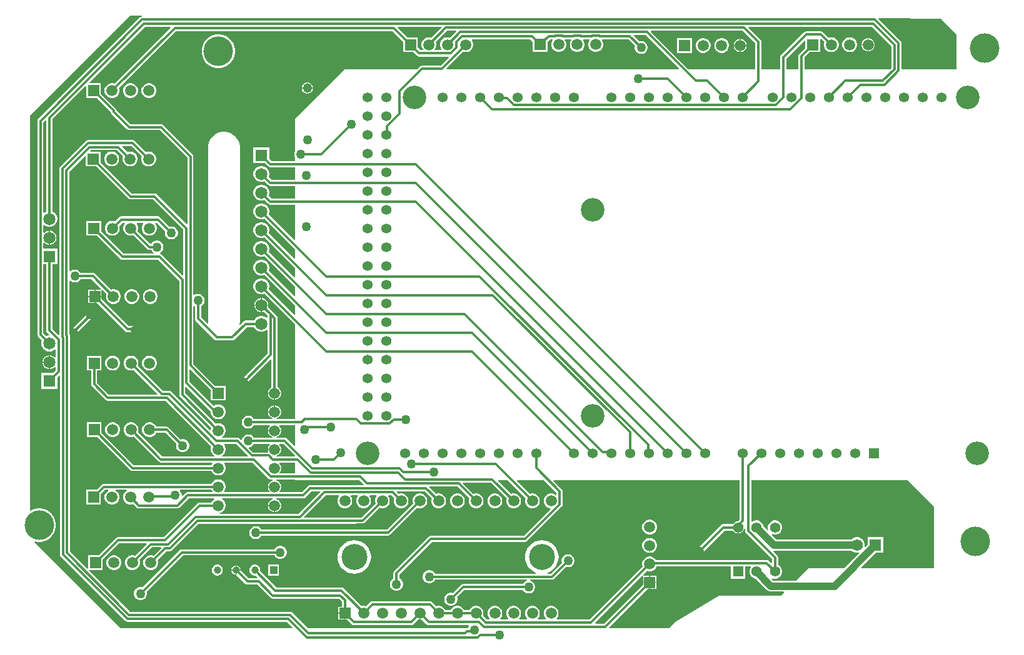
<source format=gtl>
G04*
G04 #@! TF.GenerationSoftware,Altium Limited,Altium Designer,22.1.2 (22)*
G04*
G04 Layer_Physical_Order=1*
G04 Layer_Color=255*
%FSLAX44Y44*%
%MOMM*%
G71*
G04*
G04 #@! TF.SameCoordinates,ACB05888-95A5-4360-B840-782E19AB6677*
G04*
G04*
G04 #@! TF.FilePolarity,Positive*
G04*
G01*
G75*
%ADD12C,1.0000*%
%ADD35C,0.3000*%
%ADD36C,0.3500*%
%ADD37C,3.2000*%
%ADD38C,1.3580*%
%ADD39R,1.3580X1.3580*%
%ADD40R,1.5080X1.5080*%
%ADD41C,1.5080*%
%ADD42R,1.5080X1.5080*%
%ADD43C,3.5160*%
%ADD44C,1.6500*%
%ADD45R,1.6500X1.6500*%
%ADD46R,1.4080X1.4080*%
%ADD47C,1.4080*%
%ADD48R,0.9850X0.9850*%
%ADD49C,0.9850*%
%ADD50C,1.5750*%
%ADD51R,1.5750X1.5750*%
%ADD52C,1.2580*%
%ADD53C,4.0000*%
%ADD54C,1.2700*%
G36*
X2498631Y1209468D02*
X2484759Y1195596D01*
X2482432Y1196220D01*
X2479788D01*
X2477235Y1195536D01*
X2474945Y1194214D01*
X2473076Y1192345D01*
X2471754Y1190055D01*
X2471070Y1187502D01*
Y1184858D01*
X2471754Y1182305D01*
X2473076Y1180015D01*
X2473195Y1179897D01*
X2472709Y1178723D01*
X2469695D01*
X2466150Y1182268D01*
Y1196220D01*
X2452198D01*
X2438950Y1209468D01*
X2439436Y1210642D01*
X2498145D01*
X2498631Y1209468D01*
D02*
G37*
G36*
X2518131Y1203968D02*
X2509759Y1195596D01*
X2507432Y1196220D01*
X2504788D01*
X2502235Y1195536D01*
X2499945Y1194214D01*
X2498076Y1192345D01*
X2496754Y1190055D01*
X2496070Y1187502D01*
Y1184858D01*
X2496754Y1182305D01*
X2498076Y1180015D01*
X2498195Y1179897D01*
X2497709Y1178723D01*
X2489511D01*
X2489025Y1179897D01*
X2489144Y1180015D01*
X2490466Y1182305D01*
X2491150Y1184858D01*
Y1187502D01*
X2490526Y1189829D01*
X2505839Y1205142D01*
X2517645D01*
X2518131Y1203968D01*
D02*
G37*
G36*
X3107422Y1184333D02*
Y1154849D01*
X3105732Y1153160D01*
X2989698D01*
Y1169100D01*
X2996738Y1176140D01*
X3011050D01*
Y1193713D01*
X3012223Y1194199D01*
X3016594Y1189829D01*
X3015970Y1187502D01*
Y1184858D01*
X3016654Y1182305D01*
X3017976Y1180015D01*
X3019845Y1178146D01*
X3022135Y1176824D01*
X3024688Y1176140D01*
X3027332D01*
X3029885Y1176824D01*
X3032175Y1178146D01*
X3034044Y1180015D01*
X3035366Y1182305D01*
X3036050Y1184858D01*
Y1187502D01*
X3035366Y1190055D01*
X3034044Y1192345D01*
X3032175Y1194214D01*
X3029885Y1195536D01*
X3027332Y1196220D01*
X3024688D01*
X3022361Y1195596D01*
X3014924Y1203034D01*
X3013601Y1203918D01*
X3012040Y1204228D01*
X3012040Y1204228D01*
X2992120D01*
X2992120Y1204228D01*
X2990559Y1203918D01*
X2989236Y1203034D01*
X2958126Y1171924D01*
X2957242Y1170601D01*
X2956931Y1169040D01*
X2956932Y1169040D01*
Y1153160D01*
X2931429D01*
Y1189990D01*
X2931118Y1191551D01*
X2930234Y1192874D01*
X2930234Y1192874D01*
X2913640Y1209468D01*
X2914125Y1210642D01*
X3081113D01*
X3107422Y1184333D01*
D02*
G37*
G36*
X2820079Y1154333D02*
X2819593Y1153160D01*
X2505517D01*
X2505031Y1154333D01*
X2527461Y1176764D01*
X2529788Y1176140D01*
X2532432D01*
X2534985Y1176824D01*
X2537275Y1178146D01*
X2539144Y1180015D01*
X2540466Y1182305D01*
X2541150Y1184858D01*
Y1187502D01*
X2540466Y1190055D01*
X2539144Y1192345D01*
X2539025Y1192463D01*
X2539511Y1193637D01*
X2618625D01*
X2622000Y1190262D01*
Y1176310D01*
X2642080D01*
Y1190262D01*
X2645455Y1193637D01*
X2648541D01*
X2648921Y1192367D01*
X2647684Y1190225D01*
X2647000Y1187672D01*
Y1185028D01*
X2647684Y1182475D01*
X2649006Y1180185D01*
X2650875Y1178316D01*
X2653165Y1176994D01*
X2655718Y1176310D01*
X2658362D01*
X2660915Y1176994D01*
X2663205Y1178316D01*
X2665074Y1180185D01*
X2666396Y1182475D01*
X2667080Y1185028D01*
Y1187672D01*
X2666396Y1190225D01*
X2665159Y1192367D01*
X2665539Y1193637D01*
X2673541D01*
X2673921Y1192367D01*
X2672684Y1190225D01*
X2672000Y1187672D01*
Y1185028D01*
X2672684Y1182475D01*
X2674006Y1180185D01*
X2675875Y1178316D01*
X2678165Y1176994D01*
X2680718Y1176310D01*
X2683362D01*
X2685915Y1176994D01*
X2688205Y1178316D01*
X2690074Y1180185D01*
X2691396Y1182475D01*
X2692080Y1185028D01*
Y1187672D01*
X2691396Y1190225D01*
X2690159Y1192367D01*
X2690539Y1193637D01*
X2698541D01*
X2698921Y1192367D01*
X2697684Y1190225D01*
X2697000Y1187672D01*
Y1185028D01*
X2697684Y1182475D01*
X2699006Y1180185D01*
X2700875Y1178316D01*
X2703165Y1176994D01*
X2705718Y1176310D01*
X2708362D01*
X2710915Y1176994D01*
X2713205Y1178316D01*
X2715074Y1180185D01*
X2716396Y1182475D01*
X2717080Y1185028D01*
Y1187672D01*
X2716396Y1190225D01*
X2715159Y1192367D01*
X2715539Y1193637D01*
X2751205D01*
X2760079Y1184763D01*
X2759750Y1183535D01*
Y1181205D01*
X2760353Y1178954D01*
X2761518Y1176936D01*
X2763166Y1175288D01*
X2765184Y1174123D01*
X2767435Y1173520D01*
X2769765D01*
X2772016Y1174123D01*
X2774034Y1175288D01*
X2775682Y1176936D01*
X2776847Y1178954D01*
X2777450Y1181205D01*
Y1183535D01*
X2776847Y1185786D01*
X2775682Y1187804D01*
X2774034Y1189452D01*
X2772016Y1190617D01*
X2769765Y1191220D01*
X2767435D01*
X2766207Y1190891D01*
X2758630Y1198468D01*
X2759116Y1199642D01*
X2774771D01*
X2820079Y1154333D01*
D02*
G37*
G36*
X2131310Y1209468D02*
X2055284Y1133443D01*
X2053242Y1133990D01*
X2050598D01*
X2048045Y1133306D01*
X2045755Y1131984D01*
X2043886Y1130115D01*
X2042564Y1127825D01*
X2041880Y1125272D01*
Y1122628D01*
X2042564Y1120075D01*
X2043886Y1117785D01*
X2045755Y1115916D01*
X2048045Y1114594D01*
X2050598Y1113910D01*
X2053242D01*
X2055795Y1114594D01*
X2058085Y1115916D01*
X2059954Y1117785D01*
X2061276Y1120075D01*
X2061960Y1122628D01*
Y1125272D01*
X2061413Y1127315D01*
X2138735Y1204637D01*
X2431525D01*
X2446070Y1190092D01*
Y1176140D01*
X2460022D01*
X2464836Y1171326D01*
X2466242Y1170387D01*
X2467900Y1170057D01*
X2507560D01*
X2508046Y1168883D01*
X2496847Y1157685D01*
X2471522D01*
X2471522Y1157685D01*
X2469961Y1157374D01*
X2468638Y1156490D01*
X2465308Y1153160D01*
X2367280D01*
X2299970Y1085850D01*
Y1042092D01*
X2299343Y1041006D01*
X2298740Y1038755D01*
Y1036425D01*
X2299343Y1034174D01*
X2299970Y1033088D01*
Y1028328D01*
X2268009D01*
X2265000Y1031338D01*
Y1047070D01*
X2243500D01*
Y1025570D01*
X2259232D01*
X2263436Y1021366D01*
X2264759Y1020482D01*
X2266320Y1020172D01*
X2266320Y1020172D01*
X2299970D01*
Y1002878D01*
X2268059D01*
X2264231Y1006707D01*
X2264267Y1006771D01*
X2265000Y1009505D01*
Y1012335D01*
X2264267Y1015069D01*
X2262852Y1017521D01*
X2260851Y1019522D01*
X2258399Y1020937D01*
X2255665Y1021670D01*
X2252835D01*
X2250101Y1020937D01*
X2247649Y1019522D01*
X2245648Y1017521D01*
X2244233Y1015069D01*
X2243500Y1012335D01*
Y1009505D01*
X2244233Y1006771D01*
X2245648Y1004319D01*
X2247649Y1002318D01*
X2250101Y1000903D01*
X2252835Y1000170D01*
X2255665D01*
X2258399Y1000903D01*
X2258463Y1000939D01*
X2263486Y995916D01*
X2263486Y995916D01*
X2264809Y995032D01*
X2266370Y994722D01*
X2299970D01*
Y977528D01*
X2268009D01*
X2264231Y981307D01*
X2264267Y981371D01*
X2265000Y984105D01*
Y986935D01*
X2264267Y989669D01*
X2262852Y992121D01*
X2260851Y994122D01*
X2258399Y995537D01*
X2255665Y996270D01*
X2252835D01*
X2250101Y995537D01*
X2247649Y994122D01*
X2245648Y992121D01*
X2244233Y989669D01*
X2243500Y986935D01*
Y984105D01*
X2244233Y981371D01*
X2245648Y978919D01*
X2247649Y976918D01*
X2250101Y975503D01*
X2252835Y974770D01*
X2255665D01*
X2258399Y975503D01*
X2258463Y975539D01*
X2263436Y970566D01*
X2264759Y969682D01*
X2266320Y969372D01*
X2266320Y969372D01*
X2299970D01*
Y921827D01*
X2298797Y921341D01*
X2264231Y955907D01*
X2264267Y955971D01*
X2265000Y958705D01*
Y961535D01*
X2264267Y964269D01*
X2262852Y966721D01*
X2260851Y968722D01*
X2258399Y970137D01*
X2255665Y970870D01*
X2252835D01*
X2250101Y970137D01*
X2247649Y968722D01*
X2245648Y966721D01*
X2244233Y964269D01*
X2243500Y961535D01*
Y958705D01*
X2244233Y955971D01*
X2245648Y953519D01*
X2247649Y951518D01*
X2250101Y950103D01*
X2252835Y949370D01*
X2255665D01*
X2258399Y950103D01*
X2258463Y950139D01*
X2299970Y908632D01*
Y896427D01*
X2298797Y895941D01*
X2264231Y930507D01*
X2264267Y930571D01*
X2265000Y933305D01*
Y936135D01*
X2264267Y938869D01*
X2262852Y941321D01*
X2260851Y943322D01*
X2258399Y944737D01*
X2255665Y945470D01*
X2252835D01*
X2250101Y944737D01*
X2247649Y943322D01*
X2245648Y941321D01*
X2244233Y938869D01*
X2243500Y936135D01*
Y933305D01*
X2244233Y930571D01*
X2245648Y928119D01*
X2247649Y926118D01*
X2250101Y924703D01*
X2252835Y923970D01*
X2255665D01*
X2258399Y924703D01*
X2258463Y924739D01*
X2299970Y883232D01*
Y871027D01*
X2298797Y870541D01*
X2264231Y905107D01*
X2264267Y905171D01*
X2265000Y907905D01*
Y910735D01*
X2264267Y913469D01*
X2262852Y915921D01*
X2260851Y917922D01*
X2258399Y919337D01*
X2255665Y920070D01*
X2252835D01*
X2250101Y919337D01*
X2247649Y917922D01*
X2245648Y915921D01*
X2244233Y913469D01*
X2243500Y910735D01*
Y907905D01*
X2244233Y905171D01*
X2245648Y902719D01*
X2247649Y900718D01*
X2250101Y899303D01*
X2252835Y898570D01*
X2255665D01*
X2258399Y899303D01*
X2258463Y899339D01*
X2299970Y857832D01*
Y845627D01*
X2298797Y845141D01*
X2264231Y879707D01*
X2264267Y879771D01*
X2265000Y882505D01*
Y885335D01*
X2264267Y888069D01*
X2262852Y890521D01*
X2260851Y892522D01*
X2258399Y893937D01*
X2255665Y894670D01*
X2252835D01*
X2250101Y893937D01*
X2247649Y892522D01*
X2245648Y890521D01*
X2244233Y888069D01*
X2243500Y885335D01*
Y882505D01*
X2244233Y879771D01*
X2245648Y877319D01*
X2247649Y875318D01*
X2250101Y873903D01*
X2252835Y873170D01*
X2255665D01*
X2258399Y873903D01*
X2258463Y873939D01*
X2299970Y832432D01*
Y820227D01*
X2298797Y819741D01*
X2264231Y854307D01*
X2264267Y854371D01*
X2265000Y857105D01*
Y859935D01*
X2264267Y862669D01*
X2262852Y865121D01*
X2260851Y867122D01*
X2258399Y868537D01*
X2255665Y869270D01*
X2252835D01*
X2250101Y868537D01*
X2247649Y867122D01*
X2245648Y865121D01*
X2244233Y862669D01*
X2243500Y859935D01*
Y857105D01*
X2244233Y854371D01*
X2245648Y851919D01*
X2247649Y849918D01*
X2250101Y848503D01*
X2252835Y847770D01*
X2255665D01*
X2258399Y848503D01*
X2258463Y848539D01*
X2299970Y807032D01*
Y678558D01*
X2274471D01*
X2274303Y679828D01*
X2275430Y680130D01*
X2277440Y681290D01*
X2279080Y682931D01*
X2280240Y684939D01*
X2280840Y687180D01*
Y687705D01*
X2272030D01*
Y688340D01*
D01*
Y687705D01*
X2263220D01*
Y687180D01*
X2263820Y684939D01*
X2264980Y682931D01*
X2266620Y681290D01*
X2268629Y680130D01*
X2269757Y679828D01*
X2269590Y678558D01*
X2244271D01*
X2243552Y679804D01*
X2241904Y681452D01*
X2239886Y682617D01*
X2237635Y683220D01*
X2235305D01*
X2233054Y682617D01*
X2231036Y681452D01*
X2229388Y679804D01*
X2228223Y677786D01*
X2227620Y675535D01*
Y673205D01*
X2228223Y670954D01*
X2229388Y668936D01*
X2231036Y667288D01*
X2233054Y666123D01*
X2235305Y665520D01*
X2237635D01*
X2239886Y666123D01*
X2241904Y667288D01*
X2243552Y668936D01*
X2244398Y670402D01*
X2265236D01*
X2265762Y669132D01*
X2264980Y668350D01*
X2263820Y666340D01*
X2263220Y664100D01*
Y663575D01*
X2272030D01*
X2280840D01*
Y664100D01*
X2280240Y666340D01*
X2279080Y668350D01*
X2278298Y669132D01*
X2278824Y670402D01*
X2299970D01*
Y642427D01*
X2298797Y641941D01*
X2288774Y651964D01*
X2287451Y652848D01*
X2285890Y653158D01*
X2285890Y653158D01*
X2274471D01*
X2274303Y654428D01*
X2275430Y654730D01*
X2277440Y655890D01*
X2279080Y657531D01*
X2280240Y659539D01*
X2280840Y661780D01*
Y662305D01*
X2272030D01*
X2263220D01*
Y661780D01*
X2263820Y659539D01*
X2264980Y657531D01*
X2266620Y655890D01*
X2268629Y654730D01*
X2269757Y654428D01*
X2269590Y653158D01*
X2244271D01*
X2243552Y654404D01*
X2241904Y656052D01*
X2239886Y657217D01*
X2237635Y657820D01*
X2235305D01*
X2233054Y657217D01*
X2231036Y656052D01*
X2229388Y654404D01*
X2228223Y652386D01*
X2227749Y650617D01*
X2226437Y650134D01*
X2224607Y651964D01*
X2223284Y652848D01*
X2221723Y653158D01*
X2221723Y653158D01*
X2201508D01*
X2201167Y654428D01*
X2201995Y654906D01*
X2203864Y656775D01*
X2205186Y659065D01*
X2205870Y661618D01*
Y664262D01*
X2205186Y666815D01*
X2203864Y669105D01*
X2201995Y670974D01*
X2199705Y672296D01*
X2197152Y672980D01*
X2194508D01*
X2192181Y672356D01*
X2151228Y713309D01*
Y721705D01*
X2152402Y722191D01*
X2185528Y689065D01*
X2185790Y688889D01*
Y687018D01*
X2186474Y684465D01*
X2187796Y682175D01*
X2189665Y680306D01*
X2191955Y678984D01*
X2194508Y678300D01*
X2197152D01*
X2199705Y678984D01*
X2201995Y680306D01*
X2203864Y682175D01*
X2205186Y684465D01*
X2205870Y687018D01*
Y689662D01*
X2205186Y692215D01*
X2203864Y694505D01*
X2201995Y696374D01*
X2199705Y697696D01*
X2197152Y698380D01*
X2194508D01*
X2191955Y697696D01*
X2189721Y696406D01*
X2156728Y729399D01*
Y745415D01*
X2157902Y745901D01*
X2185790Y718012D01*
Y703700D01*
X2205870D01*
Y723780D01*
X2191558D01*
X2162228Y753109D01*
Y830883D01*
X2163498Y831548D01*
X2164167Y831133D01*
Y814799D01*
X2164497Y813140D01*
X2165436Y811735D01*
X2190735Y786436D01*
X2192141Y785497D01*
X2193799Y785167D01*
X2214689D01*
X2216347Y785497D01*
X2217753Y786436D01*
X2234704Y803387D01*
X2244339D01*
X2245648Y801119D01*
X2247649Y799118D01*
X2250101Y797703D01*
X2252835Y796970D01*
X2255665D01*
X2258399Y797703D01*
X2260851Y799118D01*
X2261243Y799511D01*
X2262417Y799025D01*
Y767405D01*
X2227056Y732044D01*
X2226117Y730638D01*
X2225787Y728980D01*
X2226117Y727322D01*
X2227056Y725916D01*
X2228462Y724977D01*
X2230120Y724647D01*
X2231778Y724977D01*
X2233184Y725916D01*
X2266523Y759255D01*
X2267697Y758769D01*
Y721411D01*
X2266620Y720790D01*
X2264980Y719149D01*
X2263820Y717141D01*
X2263220Y714900D01*
Y714375D01*
X2272030D01*
X2280840D01*
Y714900D01*
X2280240Y717141D01*
X2279080Y719149D01*
X2277440Y720790D01*
X2276363Y721411D01*
Y815340D01*
X2276033Y816998D01*
X2275094Y818404D01*
X2269814Y823684D01*
X2269814Y823684D01*
X2263318Y830180D01*
X2263770Y831867D01*
Y832485D01*
X2254885D01*
Y823600D01*
X2255503D01*
X2257190Y824052D01*
X2262417Y818825D01*
Y816415D01*
X2261243Y815929D01*
X2260851Y816322D01*
X2258399Y817737D01*
X2255665Y818470D01*
X2252835D01*
X2250101Y817737D01*
X2247649Y816322D01*
X2245648Y814321D01*
X2244339Y812053D01*
X2232909D01*
X2231250Y811723D01*
X2229845Y810784D01*
X2225441Y806381D01*
X2225349Y806410D01*
X2224332Y807067D01*
X2225000Y810426D01*
Y810678D01*
X2225049Y810924D01*
Y812800D01*
Y1046480D01*
Y1048356D01*
X2225000Y1048602D01*
Y1048854D01*
X2224268Y1052534D01*
X2224172Y1052766D01*
X2224123Y1053012D01*
X2222687Y1056479D01*
X2222547Y1056688D01*
X2222451Y1056920D01*
X2220367Y1060040D01*
X2220189Y1060217D01*
X2220049Y1060426D01*
X2217396Y1063080D01*
X2217187Y1063219D01*
X2217010Y1063397D01*
X2213890Y1065481D01*
X2213658Y1065577D01*
X2213449Y1065717D01*
X2209982Y1067153D01*
X2209736Y1067202D01*
X2209504Y1067298D01*
X2205824Y1068030D01*
X2205572D01*
X2205326Y1068079D01*
X2201574D01*
X2201328Y1068030D01*
X2201076D01*
X2197396Y1067298D01*
X2197164Y1067202D01*
X2196918Y1067153D01*
X2193451Y1065717D01*
X2193242Y1065577D01*
X2193010Y1065481D01*
X2189890Y1063397D01*
X2189713Y1063219D01*
X2189504Y1063080D01*
X2186850Y1060426D01*
X2186711Y1060217D01*
X2186534Y1060040D01*
X2184449Y1056920D01*
X2184353Y1056688D01*
X2184213Y1056479D01*
X2182777Y1053012D01*
X2182728Y1052766D01*
X2182632Y1052534D01*
X2181900Y1048854D01*
Y1048602D01*
X2181851Y1048356D01*
Y1046480D01*
Y812800D01*
Y810924D01*
X2181900Y810678D01*
Y810426D01*
X2182193Y808952D01*
X2181073Y808354D01*
X2172833Y816594D01*
Y831753D01*
X2173934Y832388D01*
X2175582Y834036D01*
X2176747Y836054D01*
X2177350Y838305D01*
Y840635D01*
X2176747Y842886D01*
X2175582Y844904D01*
X2173934Y846552D01*
X2171916Y847717D01*
X2169665Y848320D01*
X2167335D01*
X2165084Y847717D01*
X2163498Y846801D01*
X2162228Y847388D01*
Y1034630D01*
X2162228Y1034630D01*
X2161918Y1036191D01*
X2161034Y1037514D01*
X2121244Y1077304D01*
X2119921Y1078188D01*
X2118360Y1078498D01*
X2118360Y1078498D01*
X2076869D01*
X2058044Y1097323D01*
X2057838Y1098361D01*
X2056954Y1099684D01*
X2056954Y1099684D01*
X2036960Y1119678D01*
Y1133990D01*
X2021527D01*
X2021041Y1135163D01*
X2096519Y1210642D01*
X2130824D01*
X2131310Y1209468D01*
D02*
G37*
G36*
X3175000Y1221740D02*
Y1220470D01*
X3195320Y1200150D01*
Y1153160D01*
X3121078D01*
Y1188300D01*
X3120768Y1189861D01*
X3119884Y1191184D01*
X3119884Y1191184D01*
X3090206Y1220862D01*
X3090694Y1222034D01*
X3175000Y1221740D01*
D02*
G37*
G36*
X2990970Y1191573D02*
Y1181908D01*
X2982736Y1173673D01*
X2981852Y1172350D01*
X2981541Y1170790D01*
X2981541Y1170790D01*
Y1153160D01*
X2965089D01*
Y1167351D01*
X2989797Y1192059D01*
X2990970Y1191573D01*
D02*
G37*
G36*
X2923271Y1188301D02*
Y1153160D01*
X2832788D01*
X2781979Y1203968D01*
X2782466Y1205142D01*
X2906431D01*
X2923271Y1188301D01*
D02*
G37*
G36*
X2016880Y1129343D02*
Y1113910D01*
X2031192D01*
X2050096Y1095007D01*
X2050302Y1093969D01*
X2051186Y1092646D01*
X2072296Y1071536D01*
X2072296Y1071536D01*
X2073619Y1070652D01*
X2075180Y1070342D01*
X2116671D01*
X2154072Y1032941D01*
Y943265D01*
X2152898Y942779D01*
X2112354Y983324D01*
X2111031Y984208D01*
X2109470Y984518D01*
X2109470Y984518D01*
X2078939D01*
X2036490Y1026968D01*
Y1041280D01*
X2023152D01*
X2022657Y1042426D01*
X2023330Y1043252D01*
X2058671D01*
X2067034Y1034889D01*
X2066410Y1032562D01*
Y1029918D01*
X2067094Y1027365D01*
X2068416Y1025075D01*
X2070285Y1023206D01*
X2072575Y1021884D01*
X2075128Y1021200D01*
X2077772D01*
X2080325Y1021884D01*
X2082615Y1023206D01*
X2084484Y1025075D01*
X2085806Y1027365D01*
X2086490Y1029918D01*
Y1032562D01*
X2085806Y1035115D01*
X2084484Y1037405D01*
X2082615Y1039274D01*
X2080325Y1040596D01*
X2077772Y1041280D01*
X2075128D01*
X2072801Y1040657D01*
X2065879Y1047578D01*
X2066365Y1048752D01*
X2078171D01*
X2092034Y1034889D01*
X2091410Y1032562D01*
Y1029918D01*
X2092094Y1027365D01*
X2093416Y1025075D01*
X2095285Y1023206D01*
X2097575Y1021884D01*
X2100128Y1021200D01*
X2102772D01*
X2105325Y1021884D01*
X2107615Y1023206D01*
X2109484Y1025075D01*
X2110806Y1027365D01*
X2111490Y1029918D01*
Y1032562D01*
X2110806Y1035115D01*
X2109484Y1037405D01*
X2107615Y1039274D01*
X2105325Y1040596D01*
X2102772Y1041280D01*
X2100128D01*
X2097801Y1040657D01*
X2082744Y1055714D01*
X2081421Y1056598D01*
X2079860Y1056908D01*
X2079860Y1056908D01*
X2019300D01*
X2019300Y1056908D01*
X2017739Y1056598D01*
X2016416Y1055714D01*
X2016416Y1055714D01*
X1981666Y1020964D01*
X1980782Y1019641D01*
X1980472Y1018080D01*
X1980472Y1018080D01*
Y793273D01*
X1979299Y792787D01*
X1971563Y800523D01*
Y888410D01*
X1977980D01*
Y909910D01*
X1959058D01*
Y917472D01*
X1960328Y917998D01*
X1961385Y916942D01*
X1963555Y915689D01*
X1965977Y915040D01*
X1966595D01*
Y924560D01*
Y934080D01*
X1965977D01*
X1963555Y933431D01*
X1961385Y932178D01*
X1960328Y931122D01*
X1959058Y931648D01*
Y941270D01*
X1960232Y941756D01*
X1960629Y941358D01*
X1963081Y939943D01*
X1965815Y939210D01*
X1968645D01*
X1971379Y939943D01*
X1973831Y941358D01*
X1975832Y943359D01*
X1977247Y945811D01*
X1977980Y948545D01*
Y951375D01*
X1977247Y954109D01*
X1975832Y956561D01*
X1973831Y958562D01*
X1971379Y959977D01*
X1971308Y959996D01*
Y1085431D01*
X2015707Y1129829D01*
X2016880Y1129343D01*
D02*
G37*
G36*
X1963152Y1083393D02*
Y959996D01*
X1963081Y959977D01*
X1960629Y958562D01*
X1960232Y958165D01*
X1959058Y958651D01*
Y1080959D01*
X1961978Y1083879D01*
X1963152Y1083393D01*
D02*
G37*
G36*
X2016410Y1034735D02*
Y1021200D01*
X2030722D01*
X2074366Y977556D01*
X2075689Y976672D01*
X2077250Y976362D01*
X2107781D01*
X2148572Y935571D01*
Y873835D01*
X2147398Y873349D01*
X2119184Y901564D01*
X2117861Y902448D01*
X2116929Y902633D01*
X2116708Y903972D01*
X2118104Y904778D01*
X2119752Y906426D01*
X2120917Y908444D01*
X2121520Y910695D01*
Y913025D01*
X2120917Y915276D01*
X2119752Y917294D01*
X2118104Y918942D01*
X2116086Y920107D01*
X2113835Y920710D01*
X2111505D01*
X2109254Y920107D01*
X2107236Y918942D01*
X2105588Y917294D01*
X2105314Y916820D01*
X2103731Y916617D01*
X2086736Y933611D01*
X2087360Y935938D01*
Y938582D01*
X2086676Y941135D01*
X2085354Y943425D01*
X2085235Y943543D01*
X2085721Y944717D01*
X2093919D01*
X2094405Y943543D01*
X2094286Y943425D01*
X2092964Y941135D01*
X2092280Y938582D01*
Y935938D01*
X2092964Y933385D01*
X2094286Y931095D01*
X2096155Y929226D01*
X2098445Y927904D01*
X2100998Y927220D01*
X2103642D01*
X2106195Y927904D01*
X2108485Y929226D01*
X2110354Y931095D01*
X2111676Y933385D01*
X2112360Y935938D01*
Y938582D01*
X2111676Y941135D01*
X2110354Y943425D01*
X2110235Y943543D01*
X2110721Y944717D01*
X2112395D01*
X2123809Y933303D01*
X2123480Y932075D01*
Y929745D01*
X2124083Y927494D01*
X2125248Y925476D01*
X2126896Y923828D01*
X2128914Y922663D01*
X2131165Y922060D01*
X2133495D01*
X2135746Y922663D01*
X2137764Y923828D01*
X2139412Y925476D01*
X2140577Y927494D01*
X2141180Y929745D01*
Y932075D01*
X2140577Y934326D01*
X2139412Y936344D01*
X2137764Y937992D01*
X2135746Y939157D01*
X2133495Y939760D01*
X2131165D01*
X2129937Y939431D01*
X2117254Y952114D01*
X2115848Y953053D01*
X2114190Y953383D01*
X2064110D01*
X2062452Y953053D01*
X2061046Y952114D01*
X2055685Y946753D01*
X2053642Y947300D01*
X2050998D01*
X2048445Y946616D01*
X2046155Y945294D01*
X2044286Y943425D01*
X2042964Y941135D01*
X2042280Y938582D01*
Y935938D01*
X2042964Y933385D01*
X2044286Y931095D01*
X2046155Y929226D01*
X2048445Y927904D01*
X2050998Y927220D01*
X2053642D01*
X2056195Y927904D01*
X2058485Y929226D01*
X2060354Y931095D01*
X2061676Y933385D01*
X2062360Y935938D01*
Y938582D01*
X2061813Y940624D01*
X2065905Y944717D01*
X2068919D01*
X2069405Y943543D01*
X2069286Y943425D01*
X2067964Y941135D01*
X2067280Y938582D01*
Y935938D01*
X2067964Y933385D01*
X2069286Y931095D01*
X2071155Y929226D01*
X2073445Y927904D01*
X2075998Y927220D01*
X2078642D01*
X2080969Y927843D01*
X2099836Y908976D01*
X2099836Y908976D01*
X2101159Y908092D01*
X2102720Y907782D01*
X2102720Y907782D01*
X2104805D01*
X2105588Y906426D01*
X2107236Y904778D01*
X2108535Y904028D01*
X2108194Y902758D01*
X2067589D01*
X2037360Y932988D01*
Y947300D01*
X2017280D01*
Y927220D01*
X2031592D01*
X2063016Y895796D01*
X2063016Y895796D01*
X2064339Y894912D01*
X2065900Y894602D01*
X2065900Y894602D01*
X2114611D01*
X2143072Y866141D01*
Y711620D01*
X2143072Y711620D01*
X2143382Y710059D01*
X2144266Y708736D01*
X2186414Y666589D01*
X2185790Y664262D01*
Y664087D01*
X2184617Y663601D01*
X2132444Y715774D01*
X2131121Y716658D01*
X2129560Y716968D01*
X2129560Y716968D01*
X2120899D01*
X2087137Y750731D01*
X2087760Y753058D01*
Y755702D01*
X2087076Y758255D01*
X2085754Y760545D01*
X2083885Y762414D01*
X2081595Y763736D01*
X2079042Y764420D01*
X2076398D01*
X2073845Y763736D01*
X2071555Y762414D01*
X2069686Y760545D01*
X2068364Y758255D01*
X2067680Y755702D01*
Y753058D01*
X2068364Y750505D01*
X2069686Y748215D01*
X2071555Y746346D01*
X2073845Y745024D01*
X2076398Y744340D01*
X2079042D01*
X2081369Y744964D01*
X2113691Y712642D01*
X2113205Y711468D01*
X2047659D01*
X2031798Y727329D01*
Y744340D01*
X2037760D01*
Y764420D01*
X2017680D01*
Y744340D01*
X2023642D01*
Y725640D01*
X2023642Y725640D01*
X2023952Y724079D01*
X2024836Y722756D01*
X2043086Y704506D01*
X2044409Y703622D01*
X2045970Y703312D01*
X2124291D01*
X2186414Y641189D01*
X2185790Y638862D01*
Y636218D01*
X2186474Y633665D01*
X2187796Y631375D01*
X2189665Y629506D01*
X2190493Y629028D01*
X2190152Y627758D01*
X2119939D01*
X2087137Y660561D01*
X2087760Y662888D01*
Y665532D01*
X2087076Y668085D01*
X2085754Y670375D01*
X2083885Y672244D01*
X2081595Y673566D01*
X2079042Y674250D01*
X2076398D01*
X2073845Y673566D01*
X2071555Y672244D01*
X2069686Y670375D01*
X2068364Y668085D01*
X2067680Y665532D01*
Y662888D01*
X2068364Y660335D01*
X2069686Y658045D01*
X2071555Y656176D01*
X2073845Y654854D01*
X2076398Y654170D01*
X2079042D01*
X2081369Y654793D01*
X2115366Y620796D01*
X2115366Y620796D01*
X2116689Y619912D01*
X2118250Y619602D01*
X2118250Y619602D01*
X2187434D01*
X2187920Y618428D01*
X2187796Y618305D01*
X2186591Y616218D01*
X2081479D01*
X2037760Y659938D01*
Y674250D01*
X2017680D01*
Y654170D01*
X2031992D01*
X2076906Y609256D01*
X2076906Y609256D01*
X2078229Y608372D01*
X2079790Y608062D01*
X2079790Y608062D01*
X2186591D01*
X2187796Y605975D01*
X2189665Y604106D01*
X2191955Y602784D01*
X2194508Y602100D01*
X2197152D01*
X2199705Y602784D01*
X2201995Y604106D01*
X2203864Y605975D01*
X2205186Y608265D01*
X2205870Y610818D01*
Y613462D01*
X2205186Y616015D01*
X2203864Y618305D01*
X2203740Y618428D01*
X2204226Y619602D01*
X2242481D01*
X2264366Y597716D01*
X2265689Y596832D01*
X2267250Y596522D01*
X2269590D01*
X2269757Y595252D01*
X2268629Y594950D01*
X2266620Y593790D01*
X2264980Y592150D01*
X2263820Y590140D01*
X2263220Y587900D01*
Y587375D01*
X2272030D01*
X2280840D01*
Y587900D01*
X2280240Y590140D01*
X2279080Y592150D01*
X2277440Y593790D01*
X2275430Y594950D01*
X2274303Y595252D01*
X2274471Y596522D01*
X2299970D01*
Y595630D01*
X2387278D01*
X2392926Y589982D01*
X2392440Y588808D01*
X2320542D01*
X2320542Y588808D01*
X2318981Y588498D01*
X2317658Y587614D01*
X2317658Y587614D01*
X2309323Y579278D01*
X2278824D01*
X2278298Y580548D01*
X2279080Y581330D01*
X2280240Y583340D01*
X2280840Y585580D01*
Y586105D01*
X2272030D01*
X2263220D01*
Y585580D01*
X2263820Y583340D01*
X2264980Y581330D01*
X2265762Y580548D01*
X2265236Y579278D01*
X2204226D01*
X2203740Y580452D01*
X2203864Y580575D01*
X2205186Y582865D01*
X2205870Y585418D01*
Y588062D01*
X2205186Y590615D01*
X2203864Y592905D01*
X2201995Y594774D01*
X2199705Y596096D01*
X2197152Y596780D01*
X2194508D01*
X2191955Y596096D01*
X2189665Y594774D01*
X2187796Y592905D01*
X2186591Y590818D01*
X2040890D01*
X2039329Y590508D01*
X2038006Y589624D01*
X2038006Y589624D01*
X2031192Y582810D01*
X2016880D01*
Y562730D01*
X2036960D01*
Y577042D01*
X2042579Y582662D01*
X2046433D01*
X2046773Y581392D01*
X2045755Y580804D01*
X2043886Y578935D01*
X2042564Y576645D01*
X2041880Y574092D01*
Y571448D01*
X2042564Y568895D01*
X2043886Y566605D01*
X2045755Y564736D01*
X2048045Y563414D01*
X2050598Y562730D01*
X2053242D01*
X2055795Y563414D01*
X2058085Y564736D01*
X2059954Y566605D01*
X2061276Y568895D01*
X2061960Y571448D01*
Y574092D01*
X2061276Y576645D01*
X2059954Y578935D01*
X2058085Y580804D01*
X2057067Y581392D01*
X2057407Y582662D01*
X2071433D01*
X2071773Y581392D01*
X2070755Y580804D01*
X2068886Y578935D01*
X2067564Y576645D01*
X2066880Y574092D01*
Y571448D01*
X2067564Y568895D01*
X2068886Y566605D01*
X2070755Y564736D01*
X2073045Y563414D01*
X2075598Y562730D01*
X2078242D01*
X2080569Y563354D01*
X2085576Y558346D01*
X2086899Y557462D01*
X2088460Y557152D01*
X2088460Y557152D01*
X2140344D01*
X2140344Y557152D01*
X2141905Y557462D01*
X2143228Y558346D01*
X2156004Y571122D01*
X2190152D01*
X2190493Y569852D01*
X2189665Y569374D01*
X2187796Y567505D01*
X2186591Y565418D01*
X2170430D01*
X2170430Y565418D01*
X2168869Y565108D01*
X2167546Y564224D01*
X2121751Y518428D01*
X2059940D01*
X2058379Y518118D01*
X2057056Y517234D01*
X2057056Y517234D01*
X2033732Y493910D01*
X2019420D01*
Y476095D01*
X2018247Y475609D01*
X1995058Y498797D01*
Y790887D01*
X1995058Y790888D01*
X1994748Y792448D01*
X1994129Y793375D01*
Y865570D01*
X1995399Y866096D01*
X1996086Y865408D01*
X1998104Y864243D01*
X2000355Y863640D01*
X2002685D01*
X2004936Y864243D01*
X2006954Y865408D01*
X2008602Y867056D01*
X2009237Y868157D01*
X2024225D01*
X2037582Y854800D01*
X2037056Y853530D01*
X2036555Y853530D01*
X2029425D01*
Y845355D01*
X2037600D01*
Y852415D01*
X2037600Y852986D01*
X2038870Y853512D01*
X2044297Y848084D01*
X2043750Y846042D01*
Y843398D01*
X2044434Y840845D01*
X2045756Y838555D01*
X2047625Y836686D01*
X2049915Y835364D01*
X2052468Y834680D01*
X2055112D01*
X2057665Y835364D01*
X2059955Y836686D01*
X2061824Y838555D01*
X2063146Y840845D01*
X2063830Y843398D01*
Y846042D01*
X2063146Y848595D01*
X2061824Y850885D01*
X2059955Y852754D01*
X2057665Y854076D01*
X2055112Y854760D01*
X2052468D01*
X2050426Y854213D01*
X2029084Y875554D01*
X2027678Y876493D01*
X2026020Y876823D01*
X2009237D01*
X2008602Y877924D01*
X2006954Y879572D01*
X2004936Y880737D01*
X2002685Y881340D01*
X2000355D01*
X1998104Y880737D01*
X1996086Y879572D01*
X1995399Y878884D01*
X1994129Y879410D01*
Y1014113D01*
X2015237Y1035221D01*
X2016410Y1034735D01*
D02*
G37*
G36*
X1962897Y798728D02*
X1963227Y797069D01*
X1964166Y795664D01*
X1966856Y792973D01*
X1966370Y791800D01*
X1965815D01*
X1963081Y791067D01*
X1963017Y791031D01*
X1959058Y794989D01*
Y888410D01*
X1962897D01*
Y798728D01*
D02*
G37*
G36*
X2092192Y1225522D02*
X2092315Y1224251D01*
X2090991Y1223988D01*
X2089668Y1223104D01*
X1952096Y1085532D01*
X1951212Y1084209D01*
X1950902Y1082648D01*
X1950902Y1082648D01*
Y793300D01*
X1950902Y793300D01*
X1951212Y791739D01*
X1952096Y790416D01*
X1957249Y785263D01*
X1957213Y785199D01*
X1956480Y782465D01*
Y779635D01*
X1957213Y776901D01*
X1958628Y774449D01*
X1960629Y772448D01*
X1963081Y771033D01*
X1965815Y770300D01*
X1968645D01*
X1971379Y771033D01*
X1973831Y772448D01*
X1974223Y772841D01*
X1975397Y772355D01*
Y762743D01*
X1974127Y762216D01*
X1973075Y763268D01*
X1970905Y764521D01*
X1968483Y765170D01*
X1967865D01*
Y755650D01*
Y746130D01*
X1968483D01*
X1970905Y746779D01*
X1973075Y748032D01*
X1974127Y749083D01*
X1975397Y748557D01*
Y744545D01*
X1971852Y741000D01*
X1956480D01*
Y719500D01*
X1977980D01*
Y734872D01*
X1980228Y737120D01*
X1981402Y736634D01*
Y494830D01*
X1981402Y494830D01*
X1981712Y493269D01*
X1982596Y491946D01*
X2069756Y404786D01*
X2069756Y404786D01*
X2071079Y403902D01*
X2072640Y403592D01*
X2289233D01*
X2296681Y396143D01*
X2296195Y394970D01*
X2063750D01*
X1947050Y511670D01*
X1947676Y512840D01*
X1951044Y512170D01*
X1955476D01*
X1959823Y513035D01*
X1963918Y514731D01*
X1967603Y517193D01*
X1970737Y520327D01*
X1973199Y524012D01*
X1974895Y528107D01*
X1975760Y532454D01*
Y536886D01*
X1974895Y541233D01*
X1973199Y545328D01*
X1970737Y549013D01*
X1967603Y552147D01*
X1963918Y554609D01*
X1959823Y556305D01*
X1955476Y557170D01*
X1951044D01*
X1946697Y556305D01*
X1942602Y554609D01*
X1941680Y553993D01*
X1940560Y554592D01*
Y1089660D01*
X1949450Y1098550D01*
X2076450Y1225550D01*
X2084070D01*
X2092192Y1225522D01*
D02*
G37*
G36*
X2299970Y629232D02*
Y627758D01*
X2274471D01*
X2274303Y629028D01*
X2275430Y629330D01*
X2277440Y630490D01*
X2279080Y632131D01*
X2280240Y634140D01*
X2280840Y636380D01*
Y636905D01*
X2272030D01*
X2263220D01*
Y636380D01*
X2263716Y634528D01*
X2263176Y633547D01*
X2262863Y633258D01*
X2243312D01*
X2237634Y638937D01*
X2238117Y640249D01*
X2239886Y640723D01*
X2241904Y641888D01*
X2243552Y643536D01*
X2244398Y645002D01*
X2265236D01*
X2265762Y643732D01*
X2264980Y642950D01*
X2263820Y640940D01*
X2263220Y638700D01*
Y638175D01*
X2272030D01*
X2280840D01*
Y638700D01*
X2280240Y640940D01*
X2279080Y642950D01*
X2278298Y643732D01*
X2278824Y645002D01*
X2284201D01*
X2299970Y629232D01*
D02*
G37*
G36*
X2236104Y628932D02*
X2235618Y627758D01*
X2201508D01*
X2201167Y629028D01*
X2201995Y629506D01*
X2203864Y631375D01*
X2205186Y633665D01*
X2205870Y636218D01*
Y638862D01*
X2205186Y641415D01*
X2203864Y643705D01*
X2203740Y643828D01*
X2204226Y645002D01*
X2220034D01*
X2236104Y628932D01*
D02*
G37*
G36*
X2299970Y604678D02*
X2278824D01*
X2278298Y605948D01*
X2279080Y606730D01*
X2280240Y608740D01*
X2280840Y610980D01*
Y611505D01*
X2272030D01*
Y612775D01*
X2280840D01*
Y613300D01*
X2280240Y615541D01*
X2279080Y617550D01*
X2278298Y618332D01*
X2278824Y619602D01*
X2299970D01*
Y604678D01*
D02*
G37*
G36*
X2901427Y542258D02*
X2899129Y539960D01*
X2898716D01*
X2896602Y539394D01*
X2894708Y538300D01*
X2893160Y536752D01*
X2892716Y535983D01*
X2879880D01*
X2878222Y535653D01*
X2876816Y534714D01*
X2844276Y502174D01*
X2843336Y500768D01*
X2843007Y499110D01*
X2843336Y497452D01*
X2844276Y496046D01*
X2845682Y495107D01*
X2847340Y494777D01*
X2848998Y495107D01*
X2850404Y496046D01*
X2881675Y527317D01*
X2892716D01*
X2893160Y526548D01*
X2894708Y525000D01*
X2896602Y523906D01*
X2898716Y523340D01*
X2899175D01*
Y531650D01*
X2900445D01*
Y523340D01*
X2900904D01*
X2903018Y523906D01*
X2904912Y525000D01*
X2906460Y526548D01*
X2907554Y528442D01*
X2907917Y529798D01*
X2909187Y529630D01*
Y526973D01*
X2909517Y525315D01*
X2910456Y523909D01*
X2945477Y488889D01*
Y483771D01*
X2944303Y483285D01*
X2941584Y486004D01*
X2940178Y486943D01*
X2938520Y487273D01*
X2788654D01*
X2788064Y488295D01*
X2786195Y490164D01*
X2783905Y491486D01*
X2781352Y492170D01*
X2778708D01*
X2776155Y491486D01*
X2773865Y490164D01*
X2771996Y488295D01*
X2770674Y486005D01*
X2769990Y483452D01*
Y480808D01*
X2770537Y478765D01*
X2698785Y407013D01*
X2654398D01*
X2653872Y408283D01*
X2654714Y409125D01*
X2656036Y411415D01*
X2656720Y413968D01*
Y416612D01*
X2656036Y419165D01*
X2654714Y421455D01*
X2652845Y423324D01*
X2650555Y424646D01*
X2648002Y425330D01*
X2645358D01*
X2642805Y424646D01*
X2640515Y423324D01*
X2638646Y421455D01*
X2637324Y419165D01*
X2636640Y416612D01*
Y413968D01*
X2637324Y411415D01*
X2638646Y409125D01*
X2639488Y408283D01*
X2638962Y407013D01*
X2628998D01*
X2628472Y408283D01*
X2629314Y409125D01*
X2630636Y411415D01*
X2631320Y413968D01*
Y416612D01*
X2630636Y419165D01*
X2629314Y421455D01*
X2627445Y423324D01*
X2625155Y424646D01*
X2622602Y425330D01*
X2619958D01*
X2617405Y424646D01*
X2615115Y423324D01*
X2613246Y421455D01*
X2611924Y419165D01*
X2611240Y416612D01*
Y413968D01*
X2611924Y411415D01*
X2613246Y409125D01*
X2614088Y408283D01*
X2613562Y407013D01*
X2603598D01*
X2603072Y408283D01*
X2603914Y409125D01*
X2605236Y411415D01*
X2605920Y413968D01*
Y416612D01*
X2605236Y419165D01*
X2603914Y421455D01*
X2602045Y423324D01*
X2599755Y424646D01*
X2597202Y425330D01*
X2594558D01*
X2592005Y424646D01*
X2589715Y423324D01*
X2587846Y421455D01*
X2586524Y419165D01*
X2585840Y416612D01*
Y413968D01*
X2586524Y411415D01*
X2587846Y409125D01*
X2588688Y408283D01*
X2588162Y407013D01*
X2578198D01*
X2577672Y408283D01*
X2578514Y409125D01*
X2579836Y411415D01*
X2580520Y413968D01*
Y416612D01*
X2579836Y419165D01*
X2578514Y421455D01*
X2576645Y423324D01*
X2574355Y424646D01*
X2571802Y425330D01*
X2569158D01*
X2566605Y424646D01*
X2564315Y423324D01*
X2562446Y421455D01*
X2561124Y419165D01*
X2560440Y416612D01*
Y413968D01*
X2561124Y411415D01*
X2562446Y409125D01*
X2563288Y408283D01*
X2562762Y407013D01*
X2559485D01*
X2554573Y411926D01*
X2555120Y413968D01*
Y416612D01*
X2554436Y419165D01*
X2553114Y421455D01*
X2551245Y423324D01*
X2548955Y424646D01*
X2546402Y425330D01*
X2543758D01*
X2541205Y424646D01*
X2538915Y423324D01*
X2537046Y421455D01*
X2535989Y419623D01*
X2528771D01*
X2527714Y421455D01*
X2525845Y423324D01*
X2523555Y424646D01*
X2521002Y425330D01*
X2518358D01*
X2515805Y424646D01*
X2513515Y423324D01*
X2511646Y421455D01*
X2510589Y419623D01*
X2503371D01*
X2502314Y421455D01*
X2500445Y423324D01*
X2498155Y424646D01*
X2495602Y425330D01*
X2492958D01*
X2490916Y424783D01*
X2485554Y430144D01*
X2484148Y431083D01*
X2482490Y431413D01*
X2404470D01*
X2402812Y431083D01*
X2401406Y430144D01*
X2396044Y424783D01*
X2394002Y425330D01*
X2391358D01*
X2389998Y424966D01*
X2365899Y449064D01*
X2364494Y450003D01*
X2362835Y450333D01*
X2274865D01*
X2252717Y472481D01*
X2252785Y472733D01*
Y474688D01*
X2252279Y476576D01*
X2251301Y478269D01*
X2249919Y479651D01*
X2248226Y480629D01*
X2246337Y481135D01*
X2244382D01*
X2242494Y480629D01*
X2240801Y479651D01*
X2239419Y478269D01*
X2238441Y476576D01*
X2237935Y474688D01*
Y472733D01*
X2238441Y470844D01*
X2239419Y469151D01*
X2240801Y467769D01*
X2242494Y466791D01*
X2244382Y466285D01*
X2246337D01*
X2246589Y466353D01*
X2248965Y463977D01*
X2248479Y462803D01*
X2236995D01*
X2226723Y473075D01*
X2220595D01*
Y466947D01*
X2232136Y455406D01*
X2233542Y454467D01*
X2235200Y454137D01*
X2248645D01*
X2266426Y436356D01*
X2267832Y435417D01*
X2269490Y435087D01*
X2359135D01*
X2362947Y431275D01*
Y424100D01*
X2358470D01*
Y415925D01*
X2367280D01*
Y415290D01*
X2367915D01*
Y406480D01*
X2369962D01*
X2376006Y400436D01*
X2377412Y399497D01*
X2379070Y399167D01*
X2457090D01*
X2458748Y399497D01*
X2460154Y400436D01*
X2466520Y406802D01*
X2467720Y406480D01*
X2468245D01*
Y415290D01*
X2469515D01*
Y406480D01*
X2470040D01*
X2471240Y406802D01*
X2477886Y400156D01*
X2479292Y399217D01*
X2480950Y398887D01*
X2534616D01*
X2535206Y397617D01*
X2534293Y396036D01*
X2534008Y394970D01*
X2317168D01*
X2296084Y416054D01*
X2294761Y416938D01*
X2293200Y417248D01*
X2293200Y417248D01*
X2076608D01*
X2021199Y472657D01*
X2021685Y473830D01*
X2039500D01*
Y488142D01*
X2061629Y510272D01*
X2098435D01*
X2098921Y509098D01*
X2083109Y493287D01*
X2080782Y493910D01*
X2078138D01*
X2075585Y493226D01*
X2073295Y491904D01*
X2071426Y490035D01*
X2070104Y487745D01*
X2069420Y485192D01*
Y482548D01*
X2070104Y479995D01*
X2071426Y477705D01*
X2073295Y475836D01*
X2075585Y474514D01*
X2078138Y473830D01*
X2080782D01*
X2083335Y474514D01*
X2085625Y475836D01*
X2087494Y477705D01*
X2088816Y479995D01*
X2089500Y482548D01*
Y485192D01*
X2088876Y487519D01*
X2106129Y504772D01*
X2117935D01*
X2118421Y503598D01*
X2108109Y493287D01*
X2105782Y493910D01*
X2103138D01*
X2100585Y493226D01*
X2098295Y491904D01*
X2096426Y490035D01*
X2095104Y487745D01*
X2094420Y485192D01*
Y482548D01*
X2095104Y479995D01*
X2096426Y477705D01*
X2098295Y475836D01*
X2100585Y474514D01*
X2103138Y473830D01*
X2105782D01*
X2108335Y474514D01*
X2110625Y475836D01*
X2112494Y477705D01*
X2113816Y479995D01*
X2114500Y482548D01*
Y485192D01*
X2113876Y487519D01*
X2125629Y499272D01*
X2130378D01*
X2130378Y499272D01*
X2131939Y499582D01*
X2133262Y500466D01*
X2169317Y536522D01*
X2382100D01*
X2382100Y536522D01*
X2383661Y536832D01*
X2383825Y536942D01*
X2391410D01*
X2391410Y536942D01*
X2392971Y537252D01*
X2394294Y538136D01*
X2414431Y558274D01*
X2416758Y557650D01*
X2419402D01*
X2421955Y558334D01*
X2424245Y559656D01*
X2426114Y561525D01*
X2427436Y563815D01*
X2428120Y566368D01*
Y569012D01*
X2427436Y571565D01*
X2426114Y573855D01*
X2425990Y573978D01*
X2426476Y575152D01*
X2430251D01*
X2434064Y571339D01*
X2433440Y569012D01*
Y566368D01*
X2434124Y563815D01*
X2435446Y561525D01*
X2437315Y559656D01*
X2439605Y558334D01*
X2442158Y557650D01*
X2444802D01*
X2447355Y558334D01*
X2449645Y559656D01*
X2451514Y561525D01*
X2452836Y563815D01*
X2453520Y566368D01*
Y569012D01*
X2452836Y571565D01*
X2451514Y573855D01*
X2449645Y575724D01*
X2447355Y577046D01*
X2444802Y577730D01*
X2442158D01*
X2439831Y577107D01*
X2437459Y579478D01*
X2437945Y580652D01*
X2475551D01*
X2484863Y571339D01*
X2484240Y569012D01*
Y566368D01*
X2484924Y563815D01*
X2486246Y561525D01*
X2488115Y559656D01*
X2490405Y558334D01*
X2492958Y557650D01*
X2495602D01*
X2498155Y558334D01*
X2500445Y559656D01*
X2502314Y561525D01*
X2503636Y563815D01*
X2504320Y566368D01*
Y569012D01*
X2503636Y571565D01*
X2502314Y573855D01*
X2500445Y575724D01*
X2498155Y577046D01*
X2495602Y577730D01*
X2492958D01*
X2490631Y577107D01*
X2481808Y585930D01*
X2482294Y587103D01*
X2519899D01*
X2535663Y571339D01*
X2535040Y569012D01*
Y566368D01*
X2535724Y563815D01*
X2537046Y561525D01*
X2538915Y559656D01*
X2541205Y558334D01*
X2543758Y557650D01*
X2546402D01*
X2548955Y558334D01*
X2551245Y559656D01*
X2553114Y561525D01*
X2554436Y563815D01*
X2555120Y566368D01*
Y569012D01*
X2554436Y571565D01*
X2553114Y573855D01*
X2551245Y575724D01*
X2548955Y577046D01*
X2546402Y577730D01*
X2543758D01*
X2541431Y577107D01*
X2527108Y591430D01*
X2527594Y592603D01*
X2565199D01*
X2586464Y571339D01*
X2585840Y569012D01*
Y566368D01*
X2586524Y563815D01*
X2587846Y561525D01*
X2589715Y559656D01*
X2592005Y558334D01*
X2594558Y557650D01*
X2597202D01*
X2599755Y558334D01*
X2602045Y559656D01*
X2603914Y561525D01*
X2605236Y563815D01*
X2605920Y566368D01*
Y569012D01*
X2605236Y571565D01*
X2603914Y573855D01*
X2602045Y575724D01*
X2599755Y577046D01*
X2597202Y577730D01*
X2594558D01*
X2592231Y577107D01*
X2574881Y594457D01*
X2575367Y595630D01*
X2587572D01*
X2611863Y571339D01*
X2611240Y569012D01*
Y566368D01*
X2611924Y563815D01*
X2613246Y561525D01*
X2615115Y559656D01*
X2617405Y558334D01*
X2619958Y557650D01*
X2622602D01*
X2625155Y558334D01*
X2627445Y559656D01*
X2629314Y561525D01*
X2630636Y563815D01*
X2631320Y566368D01*
Y569012D01*
X2630636Y571565D01*
X2629314Y573855D01*
X2627445Y575724D01*
X2625155Y577046D01*
X2622602Y577730D01*
X2619958D01*
X2617631Y577107D01*
X2600281Y594457D01*
X2600767Y595630D01*
X2637146D01*
X2654142Y578634D01*
Y576086D01*
X2652968Y575600D01*
X2652845Y575724D01*
X2650555Y577046D01*
X2648002Y577730D01*
X2645358D01*
X2642805Y577046D01*
X2640515Y575724D01*
X2638646Y573855D01*
X2637324Y571565D01*
X2636640Y569012D01*
Y566368D01*
X2637324Y563815D01*
X2638646Y561525D01*
X2640515Y559656D01*
X2642805Y558334D01*
X2645358Y557650D01*
X2645533D01*
X2646019Y556477D01*
X2609684Y520141D01*
X2483293D01*
X2481732Y519831D01*
X2480409Y518947D01*
X2480409Y518947D01*
X2434246Y472784D01*
X2433362Y471461D01*
X2433052Y469900D01*
X2433052Y469900D01*
Y462524D01*
X2431696Y461742D01*
X2430048Y460094D01*
X2428883Y458076D01*
X2428280Y455825D01*
Y453495D01*
X2428883Y451244D01*
X2430048Y449226D01*
X2431696Y447578D01*
X2433714Y446413D01*
X2435965Y445810D01*
X2438295D01*
X2440546Y446413D01*
X2442564Y447578D01*
X2444212Y449226D01*
X2445377Y451244D01*
X2445980Y453495D01*
Y455825D01*
X2445377Y458076D01*
X2444212Y460094D01*
X2442564Y461742D01*
X2441208Y462524D01*
Y468211D01*
X2484982Y511985D01*
X2611373D01*
X2611373Y511985D01*
X2612934Y512295D01*
X2614257Y513179D01*
X2661104Y560026D01*
X2661988Y561349D01*
X2662298Y562910D01*
X2662298Y562910D01*
Y580323D01*
X2662298Y580323D01*
X2661988Y581884D01*
X2661104Y583207D01*
X2649854Y594457D01*
X2650341Y595630D01*
X2901427D01*
Y542258D01*
D02*
G37*
G36*
X2187796Y580575D02*
X2187920Y580452D01*
X2187434Y579278D01*
X2154314D01*
X2152754Y578968D01*
X2151431Y578084D01*
X2151431Y578084D01*
X2147530Y574183D01*
X2146260Y574709D01*
Y576475D01*
X2145657Y578726D01*
X2144492Y580744D01*
X2143844Y581392D01*
X2144370Y582662D01*
X2186591D01*
X2187796Y580575D01*
D02*
G37*
G36*
X2333931Y579478D02*
X2304631Y550178D01*
X2197873D01*
X2197705Y551448D01*
X2199705Y551984D01*
X2201995Y553306D01*
X2203864Y555175D01*
X2205186Y557465D01*
X2205870Y560018D01*
Y562662D01*
X2205186Y565215D01*
X2203864Y567505D01*
X2201995Y569374D01*
X2201167Y569852D01*
X2201508Y571122D01*
X2269590D01*
X2269757Y569852D01*
X2268629Y569550D01*
X2266620Y568390D01*
X2264980Y566749D01*
X2263820Y564740D01*
X2263220Y562500D01*
Y561975D01*
X2272030D01*
X2280840D01*
Y562500D01*
X2280240Y564740D01*
X2279080Y566749D01*
X2277440Y568390D01*
X2275430Y569550D01*
X2274303Y569852D01*
X2274471Y571122D01*
X2311012D01*
X2311012Y571122D01*
X2312573Y571432D01*
X2313896Y572316D01*
X2322232Y580652D01*
X2333445D01*
X2333931Y579478D01*
D02*
G37*
G36*
X2410170Y573978D02*
X2410046Y573855D01*
X2408724Y571565D01*
X2408040Y569012D01*
Y566368D01*
X2408663Y564041D01*
X2389721Y545098D01*
X2382520D01*
X2382520Y545098D01*
X2380959Y544788D01*
X2380795Y544678D01*
X2312325D01*
X2311839Y545852D01*
X2341139Y575152D01*
X2358884D01*
X2359370Y573978D01*
X2359246Y573855D01*
X2357924Y571565D01*
X2357240Y569012D01*
Y566368D01*
X2357924Y563815D01*
X2359246Y561525D01*
X2361115Y559656D01*
X2363405Y558334D01*
X2365958Y557650D01*
X2368602D01*
X2371155Y558334D01*
X2373445Y559656D01*
X2375314Y561525D01*
X2376636Y563815D01*
X2377320Y566368D01*
Y569012D01*
X2376636Y571565D01*
X2375314Y573855D01*
X2375190Y573978D01*
X2375676Y575152D01*
X2384284D01*
X2384770Y573978D01*
X2384646Y573855D01*
X2383324Y571565D01*
X2382640Y569012D01*
Y566368D01*
X2383324Y563815D01*
X2384646Y561525D01*
X2386515Y559656D01*
X2388805Y558334D01*
X2391358Y557650D01*
X2394002D01*
X2396555Y558334D01*
X2398845Y559656D01*
X2400714Y561525D01*
X2402036Y563815D01*
X2402720Y566368D01*
Y569012D01*
X2402036Y571565D01*
X2400714Y573855D01*
X2400590Y573978D01*
X2401076Y575152D01*
X2409684D01*
X2410170Y573978D01*
D02*
G37*
G36*
X3164840Y560070D02*
Y476250D01*
X3066678D01*
X3066191Y477423D01*
X3086223Y497455D01*
X3096275D01*
Y518205D01*
X3075525D01*
Y508153D01*
X3072134Y504762D01*
X3070995Y505419D01*
X3071275Y506464D01*
Y509196D01*
X3070568Y511835D01*
X3069202Y514200D01*
X3067271Y516132D01*
X3064904Y517498D01*
X3062266Y518205D01*
X3059534D01*
X3056895Y517498D01*
X3054530Y516132D01*
X3053792Y515395D01*
X2951763D01*
X2945717Y521441D01*
X2946108Y522677D01*
X2946218Y522736D01*
X2948554Y522110D01*
X2951066D01*
X2953492Y522760D01*
X2955668Y524016D01*
X2957444Y525792D01*
X2958700Y527968D01*
X2959350Y530394D01*
Y532906D01*
X2958700Y535332D01*
X2957444Y537508D01*
X2955668Y539284D01*
X2953492Y540540D01*
X2951066Y541190D01*
X2948554D01*
X2946128Y540540D01*
X2943952Y539284D01*
X2942176Y537508D01*
X2940920Y535332D01*
X2940270Y532906D01*
Y530394D01*
X2940896Y528058D01*
X2940837Y527948D01*
X2939601Y527558D01*
X2934350Y532808D01*
Y532906D01*
X2933700Y535332D01*
X2932444Y537508D01*
X2930668Y539284D01*
X2928492Y540540D01*
X2926066Y541190D01*
X2923554D01*
X2921128Y540540D01*
X2919123Y539383D01*
X2917853Y539779D01*
Y595630D01*
X3129280D01*
X3164840Y560070D01*
D02*
G37*
G36*
X2948630Y500265D02*
X3053792D01*
X3054530Y499528D01*
X3056895Y498162D01*
X3059534Y497455D01*
X3062266D01*
X3063311Y497735D01*
X3063968Y496596D01*
X3043622Y476250D01*
X2994660D01*
X2978095Y459685D01*
X2947473D01*
X2945717Y461441D01*
X2946108Y462677D01*
X2946218Y462736D01*
X2948554Y462110D01*
X2951066D01*
X2953492Y462760D01*
X2955668Y464016D01*
X2957444Y465792D01*
X2958700Y467968D01*
X2959350Y470394D01*
Y472906D01*
X2958700Y475332D01*
X2957444Y477508D01*
X2955668Y479284D01*
X2954143Y480164D01*
Y490684D01*
X2953813Y492342D01*
X2952874Y493748D01*
X2947487Y499135D01*
X2948080Y500338D01*
X2948630Y500265D01*
D02*
G37*
G36*
X2917077Y477337D02*
X2915920Y475332D01*
X2915270Y472906D01*
Y470394D01*
X2915920Y467968D01*
X2917176Y465792D01*
X2918952Y464016D01*
X2921128Y462760D01*
X2923554Y462110D01*
X2923652D01*
X2938991Y446771D01*
X2940558Y445569D01*
X2942382Y444813D01*
X2944340Y444555D01*
X2961306D01*
X2961792Y443382D01*
X2957830Y439420D01*
X2874010D01*
X2814955Y403225D01*
X2806700Y394970D01*
X2725657D01*
X2725172Y396143D01*
X2777348Y448320D01*
X2779395D01*
Y456495D01*
X2771220D01*
Y454448D01*
X2717785Y401013D01*
X2706701D01*
X2706215Y402187D01*
X2769950Y465922D01*
X2771220Y465396D01*
Y457765D01*
X2779395D01*
Y465940D01*
X2771764D01*
X2771238Y467210D01*
X2776666Y472637D01*
X2778708Y472090D01*
X2781352D01*
X2783905Y472774D01*
X2786195Y474096D01*
X2788064Y475965D01*
X2789386Y478255D01*
X2789480Y478607D01*
X2890270D01*
Y462110D01*
X2909350D01*
Y478607D01*
X2916681D01*
X2917077Y477337D01*
D02*
G37*
%LPC*%
G36*
X3077170Y1194990D02*
X3076645D01*
Y1186815D01*
X3084820D01*
Y1187340D01*
X3084220Y1189581D01*
X3083060Y1191590D01*
X3081419Y1193230D01*
X3079410Y1194390D01*
X3077170Y1194990D01*
D02*
G37*
G36*
X3075375D02*
X3074850D01*
X3072610Y1194390D01*
X3070601Y1193230D01*
X3068960Y1191590D01*
X3067800Y1189581D01*
X3067200Y1187340D01*
Y1186815D01*
X3075375D01*
Y1194990D01*
D02*
G37*
G36*
X3084820Y1185545D02*
X3076645D01*
Y1177370D01*
X3077170D01*
X3079410Y1177970D01*
X3081419Y1179130D01*
X3083060Y1180770D01*
X3084220Y1182779D01*
X3084820Y1185020D01*
Y1185545D01*
D02*
G37*
G36*
X3075375D02*
X3067200D01*
Y1185020D01*
X3067800Y1182779D01*
X3068960Y1180770D01*
X3070601Y1179130D01*
X3072610Y1177970D01*
X3074850Y1177370D01*
X3075375D01*
Y1185545D01*
D02*
G37*
G36*
X3052332Y1196220D02*
X3049688D01*
X3047135Y1195536D01*
X3044845Y1194214D01*
X3042976Y1192345D01*
X3041654Y1190055D01*
X3040970Y1187502D01*
Y1184858D01*
X3041654Y1182305D01*
X3042976Y1180015D01*
X3044845Y1178146D01*
X3047135Y1176824D01*
X3049688Y1176140D01*
X3052332D01*
X3054885Y1176824D01*
X3057175Y1178146D01*
X3059044Y1180015D01*
X3060366Y1182305D01*
X3061050Y1184858D01*
Y1187502D01*
X3060366Y1190055D01*
X3059044Y1192345D01*
X3057175Y1194214D01*
X3054885Y1195536D01*
X3052332Y1196220D01*
D02*
G37*
G36*
X2198046Y1199790D02*
X2193614D01*
X2189267Y1198925D01*
X2185172Y1197229D01*
X2181487Y1194767D01*
X2178353Y1191633D01*
X2175891Y1187948D01*
X2174195Y1183853D01*
X2173330Y1179506D01*
Y1175074D01*
X2174195Y1170727D01*
X2175891Y1166632D01*
X2178353Y1162947D01*
X2181487Y1159813D01*
X2185172Y1157351D01*
X2189267Y1155655D01*
X2193614Y1154790D01*
X2198046D01*
X2202393Y1155655D01*
X2206488Y1157351D01*
X2210173Y1159813D01*
X2213307Y1162947D01*
X2215769Y1166632D01*
X2217465Y1170727D01*
X2218330Y1175074D01*
Y1179506D01*
X2217465Y1183853D01*
X2215769Y1187948D01*
X2213307Y1191633D01*
X2210173Y1194767D01*
X2206488Y1197229D01*
X2202393Y1198925D01*
X2198046Y1199790D01*
D02*
G37*
G36*
X2317475Y1134760D02*
X2317115D01*
Y1127835D01*
X2324040D01*
Y1128195D01*
X2323525Y1130118D01*
X2322529Y1131842D01*
X2321122Y1133250D01*
X2319398Y1134245D01*
X2317475Y1134760D01*
D02*
G37*
G36*
X2315845D02*
X2315485D01*
X2313562Y1134245D01*
X2311838Y1133250D01*
X2310430Y1131842D01*
X2309435Y1130118D01*
X2308920Y1128195D01*
Y1127835D01*
X2315845D01*
Y1134760D01*
D02*
G37*
G36*
X2324040Y1126565D02*
X2317115D01*
Y1119640D01*
X2317475D01*
X2319398Y1120155D01*
X2321122Y1121151D01*
X2322529Y1122558D01*
X2323525Y1124282D01*
X2324040Y1126205D01*
Y1126565D01*
D02*
G37*
G36*
X2315845D02*
X2308920D01*
Y1126205D01*
X2309435Y1124282D01*
X2310430Y1122558D01*
X2311838Y1121151D01*
X2313562Y1120155D01*
X2315485Y1119640D01*
X2315845D01*
Y1126565D01*
D02*
G37*
G36*
X2103242Y1133990D02*
X2100598D01*
X2098045Y1133306D01*
X2095755Y1131984D01*
X2093886Y1130115D01*
X2092564Y1127825D01*
X2091880Y1125272D01*
Y1122628D01*
X2092564Y1120075D01*
X2093886Y1117785D01*
X2095755Y1115916D01*
X2098045Y1114594D01*
X2100598Y1113910D01*
X2103242D01*
X2105795Y1114594D01*
X2108085Y1115916D01*
X2109954Y1117785D01*
X2111276Y1120075D01*
X2111960Y1122628D01*
Y1125272D01*
X2111276Y1127825D01*
X2109954Y1130115D01*
X2108085Y1131984D01*
X2105795Y1133306D01*
X2103242Y1133990D01*
D02*
G37*
G36*
X2078242D02*
X2075598D01*
X2073045Y1133306D01*
X2070755Y1131984D01*
X2068886Y1130115D01*
X2067564Y1127825D01*
X2066880Y1125272D01*
Y1122628D01*
X2067564Y1120075D01*
X2068886Y1117785D01*
X2070755Y1115916D01*
X2073045Y1114594D01*
X2075598Y1113910D01*
X2078242D01*
X2080795Y1114594D01*
X2083085Y1115916D01*
X2084954Y1117785D01*
X2086276Y1120075D01*
X2086960Y1122628D01*
Y1125272D01*
X2086276Y1127825D01*
X2084954Y1130115D01*
X2083085Y1131984D01*
X2080795Y1133306D01*
X2078242Y1133990D01*
D02*
G37*
G36*
X2255503Y842640D02*
X2254885D01*
Y833755D01*
X2263770D01*
Y834373D01*
X2263121Y836795D01*
X2261868Y838965D01*
X2260095Y840738D01*
X2257925Y841991D01*
X2255503Y842640D01*
D02*
G37*
G36*
X2253615D02*
X2252997D01*
X2250575Y841991D01*
X2248405Y840738D01*
X2246632Y838965D01*
X2245379Y836795D01*
X2244730Y834373D01*
Y833755D01*
X2253615D01*
Y842640D01*
D02*
G37*
G36*
Y832485D02*
X2244730D01*
Y831867D01*
X2245379Y829445D01*
X2246632Y827275D01*
X2248405Y825502D01*
X2250575Y824249D01*
X2252997Y823600D01*
X2253615D01*
Y832485D01*
D02*
G37*
G36*
X2280840Y713105D02*
X2272665D01*
Y704930D01*
X2273190D01*
X2275430Y705530D01*
X2277440Y706690D01*
X2279080Y708331D01*
X2280240Y710340D01*
X2280840Y712580D01*
Y713105D01*
D02*
G37*
G36*
X2271395D02*
X2263220D01*
Y712580D01*
X2263820Y710340D01*
X2264980Y708331D01*
X2266620Y706690D01*
X2268629Y705530D01*
X2270870Y704930D01*
X2271395D01*
Y713105D01*
D02*
G37*
G36*
X2273190Y697150D02*
X2272665D01*
Y688975D01*
X2280840D01*
Y689500D01*
X2280240Y691740D01*
X2279080Y693749D01*
X2277440Y695390D01*
X2275430Y696550D01*
X2273190Y697150D01*
D02*
G37*
G36*
X2271395D02*
X2270870D01*
X2268629Y696550D01*
X2266620Y695390D01*
X2264980Y693749D01*
X2263820Y691740D01*
X2263220Y689500D01*
Y688975D01*
X2271395D01*
Y697150D01*
D02*
G37*
G36*
X2903780Y1193890D02*
X2903255D01*
Y1185715D01*
X2911430D01*
Y1186240D01*
X2910829Y1188481D01*
X2909670Y1190490D01*
X2908029Y1192130D01*
X2906021Y1193290D01*
X2903780Y1193890D01*
D02*
G37*
G36*
X2901985D02*
X2901460D01*
X2899219Y1193290D01*
X2897210Y1192130D01*
X2895570Y1190490D01*
X2894410Y1188481D01*
X2893810Y1186240D01*
Y1185715D01*
X2901985D01*
Y1193890D01*
D02*
G37*
G36*
X2911430Y1184445D02*
X2903255D01*
Y1176270D01*
X2903780D01*
X2906021Y1176870D01*
X2908029Y1178030D01*
X2909670Y1179670D01*
X2910829Y1181680D01*
X2911430Y1183920D01*
Y1184445D01*
D02*
G37*
G36*
X2901985D02*
X2893810D01*
Y1183920D01*
X2894410Y1181680D01*
X2895570Y1179670D01*
X2897210Y1178030D01*
X2899219Y1176870D01*
X2901460Y1176270D01*
X2901985D01*
Y1184445D01*
D02*
G37*
G36*
X2878942Y1195120D02*
X2876298D01*
X2873745Y1194436D01*
X2871455Y1193114D01*
X2869586Y1191245D01*
X2868264Y1188955D01*
X2867580Y1186402D01*
Y1183758D01*
X2868264Y1181205D01*
X2869586Y1178915D01*
X2871455Y1177046D01*
X2873745Y1175724D01*
X2876298Y1175040D01*
X2878942D01*
X2881495Y1175724D01*
X2883785Y1177046D01*
X2885654Y1178915D01*
X2886976Y1181205D01*
X2887660Y1183758D01*
Y1186402D01*
X2886976Y1188955D01*
X2885654Y1191245D01*
X2883785Y1193114D01*
X2881495Y1194436D01*
X2878942Y1195120D01*
D02*
G37*
G36*
X2853942D02*
X2851298D01*
X2848745Y1194436D01*
X2846455Y1193114D01*
X2844586Y1191245D01*
X2843264Y1188955D01*
X2842580Y1186402D01*
Y1183758D01*
X2843264Y1181205D01*
X2844586Y1178915D01*
X2846455Y1177046D01*
X2848745Y1175724D01*
X2851298Y1175040D01*
X2853942D01*
X2856495Y1175724D01*
X2858785Y1177046D01*
X2860654Y1178915D01*
X2861976Y1181205D01*
X2862660Y1183758D01*
Y1186402D01*
X2861976Y1188955D01*
X2860654Y1191245D01*
X2858785Y1193114D01*
X2856495Y1194436D01*
X2853942Y1195120D01*
D02*
G37*
G36*
X2837660D02*
X2817580D01*
Y1175040D01*
X2837660D01*
Y1195120D01*
D02*
G37*
G36*
X2052772Y1041280D02*
X2050128D01*
X2047575Y1040596D01*
X2045285Y1039274D01*
X2043416Y1037405D01*
X2042094Y1035115D01*
X2041410Y1032562D01*
Y1029918D01*
X2042094Y1027365D01*
X2043416Y1025075D01*
X2045285Y1023206D01*
X2047575Y1021884D01*
X2050128Y1021200D01*
X2052772D01*
X2055325Y1021884D01*
X2057615Y1023206D01*
X2059484Y1025075D01*
X2060806Y1027365D01*
X2061490Y1029918D01*
Y1032562D01*
X2060806Y1035115D01*
X2059484Y1037405D01*
X2057615Y1039274D01*
X2055325Y1040596D01*
X2052772Y1041280D01*
D02*
G37*
G36*
X1968483Y934080D02*
X1967865D01*
Y925195D01*
X1976750D01*
Y925813D01*
X1976101Y928235D01*
X1974848Y930405D01*
X1973075Y932178D01*
X1970905Y933431D01*
X1968483Y934080D01*
D02*
G37*
G36*
X1976750Y923925D02*
X1967865D01*
Y915040D01*
X1968483D01*
X1970905Y915689D01*
X1973075Y916942D01*
X1974848Y918715D01*
X1976101Y920885D01*
X1976750Y923307D01*
Y923925D01*
D02*
G37*
G36*
X2028155Y853530D02*
X2019980D01*
Y845355D01*
X2028155D01*
Y853530D01*
D02*
G37*
G36*
Y844085D02*
X2019980D01*
Y835910D01*
X2028155D01*
Y844085D01*
D02*
G37*
G36*
X2105112Y854760D02*
X2102468D01*
X2099915Y854076D01*
X2097625Y852754D01*
X2095756Y850885D01*
X2094434Y848595D01*
X2093750Y846042D01*
Y843398D01*
X2094434Y840845D01*
X2095756Y838555D01*
X2097625Y836686D01*
X2099915Y835364D01*
X2102468Y834680D01*
X2105112D01*
X2107665Y835364D01*
X2109955Y836686D01*
X2111824Y838555D01*
X2113146Y840845D01*
X2113830Y843398D01*
Y846042D01*
X2113146Y848595D01*
X2111824Y850885D01*
X2109955Y852754D01*
X2107665Y854076D01*
X2105112Y854760D01*
D02*
G37*
G36*
X2080112D02*
X2077468D01*
X2074915Y854076D01*
X2072625Y852754D01*
X2070756Y850885D01*
X2069434Y848595D01*
X2068750Y846042D01*
Y843398D01*
X2069434Y840845D01*
X2070756Y838555D01*
X2072625Y836686D01*
X2074915Y835364D01*
X2077468Y834680D01*
X2080112D01*
X2082665Y835364D01*
X2084955Y836686D01*
X2086824Y838555D01*
X2088146Y840845D01*
X2088830Y843398D01*
Y846042D01*
X2088146Y848595D01*
X2086824Y850885D01*
X2084955Y852754D01*
X2082665Y854076D01*
X2080112Y854760D01*
D02*
G37*
G36*
X2037600Y844085D02*
X2029425D01*
Y835910D01*
X2031472D01*
X2069856Y797526D01*
X2071261Y796587D01*
X2072920Y796257D01*
X2079245D01*
X2079736Y795766D01*
X2081142Y794827D01*
X2082800Y794497D01*
X2084458Y794827D01*
X2085864Y795766D01*
X2086803Y797172D01*
X2087133Y798830D01*
X2086803Y800488D01*
X2085864Y801894D01*
X2084104Y803654D01*
X2082698Y804594D01*
X2081040Y804924D01*
X2074715D01*
X2037600Y842038D01*
Y844085D01*
D02*
G37*
G36*
X2021840Y824753D02*
X2020182Y824423D01*
X2018776Y823484D01*
X2017837Y822078D01*
X2017507Y820420D01*
Y820405D01*
X1997336Y800234D01*
X1996397Y798829D01*
X1996067Y797170D01*
Y795175D01*
X1996397Y793517D01*
X1997336Y792111D01*
X1998742Y791171D01*
X2000400Y790842D01*
X2002059Y791171D01*
X2003464Y792111D01*
X2004404Y793517D01*
X2004733Y795175D01*
Y795375D01*
X2024904Y815546D01*
X2025843Y816952D01*
X2026173Y818610D01*
Y820420D01*
X2025843Y822078D01*
X2024904Y823484D01*
X2023498Y824423D01*
X2021840Y824753D01*
D02*
G37*
G36*
X2104042Y764420D02*
X2101398D01*
X2098845Y763736D01*
X2096555Y762414D01*
X2094686Y760545D01*
X2093364Y758255D01*
X2092680Y755702D01*
Y753058D01*
X2093364Y750505D01*
X2094686Y748215D01*
X2096555Y746346D01*
X2098845Y745024D01*
X2101398Y744340D01*
X2104042D01*
X2106595Y745024D01*
X2108885Y746346D01*
X2110754Y748215D01*
X2112076Y750505D01*
X2112760Y753058D01*
Y755702D01*
X2112076Y758255D01*
X2110754Y760545D01*
X2108885Y762414D01*
X2106595Y763736D01*
X2104042Y764420D01*
D02*
G37*
G36*
X2054042D02*
X2051398D01*
X2048845Y763736D01*
X2046555Y762414D01*
X2044686Y760545D01*
X2043364Y758255D01*
X2042680Y755702D01*
Y753058D01*
X2043364Y750505D01*
X2044686Y748215D01*
X2046555Y746346D01*
X2048845Y745024D01*
X2051398Y744340D01*
X2054042D01*
X2056595Y745024D01*
X2058885Y746346D01*
X2060754Y748215D01*
X2062076Y750505D01*
X2062760Y753058D01*
Y755702D01*
X2062076Y758255D01*
X2060754Y760545D01*
X2058885Y762414D01*
X2056595Y763736D01*
X2054042Y764420D01*
D02*
G37*
G36*
Y674250D02*
X2051398D01*
X2048845Y673566D01*
X2046555Y672244D01*
X2044686Y670375D01*
X2043364Y668085D01*
X2042680Y665532D01*
Y662888D01*
X2043364Y660335D01*
X2044686Y658045D01*
X2046555Y656176D01*
X2048845Y654854D01*
X2051398Y654170D01*
X2054042D01*
X2056595Y654854D01*
X2058885Y656176D01*
X2060754Y658045D01*
X2062076Y660335D01*
X2062760Y662888D01*
Y665532D01*
X2062076Y668085D01*
X2060754Y670375D01*
X2058885Y672244D01*
X2056595Y673566D01*
X2054042Y674250D01*
D02*
G37*
G36*
X2104042D02*
X2101398D01*
X2098845Y673566D01*
X2096555Y672244D01*
X2094686Y670375D01*
X2093364Y668085D01*
X2092680Y665532D01*
Y662888D01*
X2093364Y660335D01*
X2094686Y658045D01*
X2096555Y656176D01*
X2098845Y654854D01*
X2101398Y654170D01*
X2104042D01*
X2106595Y654854D01*
X2108885Y656176D01*
X2110754Y658045D01*
X2111959Y660132D01*
X2124291D01*
X2139125Y645297D01*
X2138720Y643785D01*
Y641455D01*
X2139323Y639204D01*
X2140488Y637186D01*
X2142136Y635538D01*
X2144154Y634373D01*
X2146405Y633770D01*
X2148735D01*
X2150986Y634373D01*
X2153004Y635538D01*
X2154652Y637186D01*
X2155817Y639204D01*
X2156420Y641455D01*
Y643785D01*
X2155817Y646036D01*
X2154652Y648054D01*
X2153004Y649702D01*
X2150986Y650867D01*
X2148735Y651470D01*
X2146405D01*
X2144893Y651065D01*
X2128864Y667094D01*
X2127541Y667978D01*
X2125980Y668288D01*
X2125980Y668288D01*
X2111959D01*
X2110754Y670375D01*
X2108885Y672244D01*
X2106595Y673566D01*
X2104042Y674250D01*
D02*
G37*
G36*
X1966595Y765170D02*
X1965977D01*
X1963555Y764521D01*
X1961385Y763268D01*
X1959612Y761495D01*
X1958359Y759325D01*
X1957710Y756903D01*
Y756285D01*
X1966595D01*
Y765170D01*
D02*
G37*
G36*
Y755015D02*
X1957710D01*
Y754397D01*
X1958359Y751975D01*
X1959612Y749805D01*
X1961385Y748032D01*
X1963555Y746779D01*
X1965977Y746130D01*
X1966595D01*
Y755015D01*
D02*
G37*
G36*
X2571802Y577730D02*
X2569158D01*
X2566605Y577046D01*
X2564315Y575724D01*
X2562446Y573855D01*
X2561124Y571565D01*
X2560440Y569012D01*
Y566368D01*
X2561124Y563815D01*
X2562446Y561525D01*
X2564315Y559656D01*
X2566605Y558334D01*
X2569158Y557650D01*
X2571802D01*
X2574355Y558334D01*
X2576645Y559656D01*
X2578514Y561525D01*
X2579836Y563815D01*
X2580520Y566368D01*
Y569012D01*
X2579836Y571565D01*
X2578514Y573855D01*
X2576645Y575724D01*
X2574355Y577046D01*
X2571802Y577730D01*
D02*
G37*
G36*
X2521002D02*
X2518358D01*
X2515805Y577046D01*
X2513515Y575724D01*
X2511646Y573855D01*
X2510324Y571565D01*
X2509640Y569012D01*
Y566368D01*
X2510324Y563815D01*
X2511646Y561525D01*
X2513515Y559656D01*
X2515805Y558334D01*
X2518358Y557650D01*
X2521002D01*
X2523555Y558334D01*
X2525845Y559656D01*
X2527714Y561525D01*
X2529036Y563815D01*
X2529720Y566368D01*
Y569012D01*
X2529036Y571565D01*
X2527714Y573855D01*
X2525845Y575724D01*
X2523555Y577046D01*
X2521002Y577730D01*
D02*
G37*
G36*
X2470202D02*
X2467558D01*
X2465005Y577046D01*
X2462715Y575724D01*
X2460846Y573855D01*
X2459524Y571565D01*
X2458840Y569012D01*
Y566368D01*
X2459464Y564041D01*
X2424011Y528588D01*
X2254494D01*
X2253712Y529944D01*
X2252064Y531592D01*
X2250046Y532757D01*
X2247795Y533360D01*
X2245465D01*
X2243214Y532757D01*
X2241196Y531592D01*
X2239548Y529944D01*
X2238383Y527926D01*
X2237780Y525675D01*
Y523345D01*
X2238383Y521094D01*
X2239548Y519076D01*
X2241196Y517428D01*
X2243214Y516263D01*
X2245465Y515660D01*
X2247795D01*
X2250046Y516263D01*
X2252064Y517428D01*
X2253712Y519076D01*
X2254494Y520432D01*
X2425700D01*
X2425700Y520432D01*
X2427261Y520742D01*
X2428584Y521626D01*
X2465231Y558274D01*
X2467558Y557650D01*
X2470202D01*
X2472755Y558334D01*
X2475045Y559656D01*
X2476914Y561525D01*
X2478236Y563815D01*
X2478920Y566368D01*
Y569012D01*
X2478236Y571565D01*
X2476914Y573855D01*
X2475045Y575724D01*
X2472755Y577046D01*
X2470202Y577730D01*
D02*
G37*
G36*
X2781352Y542170D02*
X2778708D01*
X2776155Y541486D01*
X2773865Y540164D01*
X2771996Y538295D01*
X2770674Y536005D01*
X2769990Y533452D01*
Y530808D01*
X2770674Y528255D01*
X2771996Y525965D01*
X2773865Y524096D01*
X2776155Y522774D01*
X2778708Y522090D01*
X2781352D01*
X2783905Y522774D01*
X2786195Y524096D01*
X2788064Y525965D01*
X2789386Y528255D01*
X2790070Y530808D01*
Y533452D01*
X2789386Y536005D01*
X2788064Y538295D01*
X2786195Y540164D01*
X2783905Y541486D01*
X2781352Y542170D01*
D02*
G37*
G36*
X2280815Y506690D02*
X2278485D01*
X2276234Y506087D01*
X2274216Y504922D01*
X2272568Y503274D01*
X2271785Y501918D01*
X2146300D01*
X2146300Y501918D01*
X2144739Y501608D01*
X2143416Y500724D01*
X2143416Y500724D01*
X2093097Y450405D01*
X2091585Y450810D01*
X2089255D01*
X2087004Y450207D01*
X2084986Y449042D01*
X2083338Y447394D01*
X2082173Y445376D01*
X2081570Y443125D01*
Y440795D01*
X2082173Y438544D01*
X2083338Y436526D01*
X2084986Y434878D01*
X2087004Y433713D01*
X2089255Y433110D01*
X2091585D01*
X2093836Y433713D01*
X2095854Y434878D01*
X2097502Y436526D01*
X2098667Y438544D01*
X2099270Y440795D01*
Y443125D01*
X2098865Y444637D01*
X2147989Y493762D01*
X2271785D01*
X2272568Y492406D01*
X2274216Y490758D01*
X2276234Y489593D01*
X2278485Y488990D01*
X2280815D01*
X2283066Y489593D01*
X2285084Y490758D01*
X2286732Y492406D01*
X2287897Y494424D01*
X2288500Y496675D01*
Y499005D01*
X2287897Y501256D01*
X2286732Y503274D01*
X2285084Y504922D01*
X2283066Y506087D01*
X2280815Y506690D01*
D02*
G37*
G36*
X2781352Y517170D02*
X2778708D01*
X2776155Y516486D01*
X2773865Y515164D01*
X2771996Y513295D01*
X2770674Y511005D01*
X2769990Y508452D01*
Y505808D01*
X2770674Y503255D01*
X2771996Y500965D01*
X2773865Y499096D01*
X2776155Y497774D01*
X2778708Y497090D01*
X2781352D01*
X2783905Y497774D01*
X2786195Y499096D01*
X2788064Y500965D01*
X2789386Y503255D01*
X2790070Y505808D01*
Y508452D01*
X2789386Y511005D01*
X2788064Y513295D01*
X2786195Y515164D01*
X2783905Y516486D01*
X2781352Y517170D01*
D02*
G37*
G36*
X2633980Y514260D02*
X2629538Y513822D01*
X2625266Y512526D01*
X2621330Y510422D01*
X2617879Y507591D01*
X2615048Y504140D01*
X2612944Y500204D01*
X2611648Y495932D01*
X2611210Y491490D01*
X2611648Y487048D01*
X2612944Y482776D01*
X2615048Y478840D01*
X2617879Y475389D01*
X2621330Y472558D01*
X2625266Y470454D01*
X2626207Y470168D01*
X2626018Y468898D01*
X2489335D01*
X2488662Y470064D01*
X2487014Y471712D01*
X2484996Y472877D01*
X2482745Y473480D01*
X2480415D01*
X2478164Y472877D01*
X2476146Y471712D01*
X2474498Y470064D01*
X2473333Y468046D01*
X2472730Y465795D01*
Y463465D01*
X2473333Y461214D01*
X2474498Y459196D01*
X2476146Y457548D01*
X2478164Y456383D01*
X2480415Y455780D01*
X2482745D01*
X2484996Y456383D01*
X2487014Y457548D01*
X2488662Y459196D01*
X2489554Y460742D01*
X2614016D01*
X2614183Y459472D01*
X2612784Y459097D01*
X2610766Y457932D01*
X2609118Y456284D01*
X2608336Y454928D01*
X2527300D01*
X2527300Y454928D01*
X2525739Y454618D01*
X2524416Y453734D01*
X2524416Y453734D01*
X2513467Y442785D01*
X2511955Y443190D01*
X2509625D01*
X2507374Y442587D01*
X2505356Y441422D01*
X2503708Y439774D01*
X2502543Y437756D01*
X2501940Y435505D01*
Y433175D01*
X2502543Y430924D01*
X2503708Y428906D01*
X2505356Y427258D01*
X2507374Y426093D01*
X2509625Y425490D01*
X2511955D01*
X2514206Y426093D01*
X2516224Y427258D01*
X2517872Y428906D01*
X2519037Y430924D01*
X2519640Y433175D01*
Y435505D01*
X2519235Y437017D01*
X2528989Y446772D01*
X2608336D01*
X2609118Y445416D01*
X2610766Y443768D01*
X2612784Y442603D01*
X2615035Y442000D01*
X2617365D01*
X2619616Y442603D01*
X2621634Y443768D01*
X2623282Y445416D01*
X2624447Y447434D01*
X2625050Y449685D01*
Y452015D01*
X2624447Y454266D01*
X2623282Y456284D01*
X2621634Y457932D01*
X2619616Y459097D01*
X2618217Y459472D01*
X2618385Y460742D01*
X2647950D01*
X2647950Y460742D01*
X2649511Y461052D01*
X2650834Y461936D01*
X2666863Y477965D01*
X2668375Y477560D01*
X2670705D01*
X2672956Y478163D01*
X2674974Y479328D01*
X2676622Y480976D01*
X2677787Y482994D01*
X2678390Y485245D01*
Y487575D01*
X2677787Y489826D01*
X2676622Y491844D01*
X2674974Y493492D01*
X2672956Y494657D01*
X2670705Y495260D01*
X2668375D01*
X2666124Y494657D01*
X2664106Y493492D01*
X2662458Y491844D01*
X2661293Y489826D01*
X2660690Y487575D01*
Y485245D01*
X2661095Y483733D01*
X2646261Y468898D01*
X2641942D01*
X2641753Y470168D01*
X2642693Y470454D01*
X2646630Y472558D01*
X2650081Y475389D01*
X2652912Y478840D01*
X2655016Y482776D01*
X2656312Y487048D01*
X2656750Y491490D01*
X2656312Y495932D01*
X2655016Y500204D01*
X2652912Y504140D01*
X2650081Y507591D01*
X2646630Y510422D01*
X2642693Y512526D01*
X2638422Y513822D01*
X2633980Y514260D01*
D02*
G37*
G36*
X2221192Y479905D02*
X2220595D01*
Y474345D01*
X2226155D01*
Y474942D01*
X2225212Y477219D01*
X2223469Y478962D01*
X2221192Y479905D01*
D02*
G37*
G36*
X2219325D02*
X2218728D01*
X2216451Y478962D01*
X2214708Y477219D01*
X2213765Y474942D01*
Y474345D01*
X2219325D01*
Y479905D01*
D02*
G37*
G36*
X2055782Y493910D02*
X2053138D01*
X2050585Y493226D01*
X2048295Y491904D01*
X2046426Y490035D01*
X2045104Y487745D01*
X2044420Y485192D01*
Y482548D01*
X2045104Y479995D01*
X2046426Y477705D01*
X2048295Y475836D01*
X2050585Y474514D01*
X2053138Y473830D01*
X2055782D01*
X2058335Y474514D01*
X2060625Y475836D01*
X2062494Y477705D01*
X2063816Y479995D01*
X2064500Y482548D01*
Y485192D01*
X2063816Y487745D01*
X2062494Y490035D01*
X2060625Y491904D01*
X2058335Y493226D01*
X2055782Y493910D01*
D02*
G37*
G36*
X2379980Y514260D02*
X2375538Y513822D01*
X2371266Y512526D01*
X2367330Y510422D01*
X2363879Y507591D01*
X2361048Y504140D01*
X2358944Y500204D01*
X2357648Y495932D01*
X2357210Y491490D01*
X2357648Y487048D01*
X2358944Y482776D01*
X2361048Y478840D01*
X2363879Y475389D01*
X2367330Y472558D01*
X2371266Y470454D01*
X2375538Y469158D01*
X2379980Y468720D01*
X2384422Y469158D01*
X2388694Y470454D01*
X2392630Y472558D01*
X2396081Y475389D01*
X2398912Y478840D01*
X2401016Y482776D01*
X2402312Y487048D01*
X2402750Y491490D01*
X2402312Y495932D01*
X2401016Y500204D01*
X2398912Y504140D01*
X2396081Y507591D01*
X2392630Y510422D01*
X2388694Y512526D01*
X2384422Y513822D01*
X2379980Y514260D01*
D02*
G37*
G36*
X2219325Y473075D02*
X2213765D01*
Y472478D01*
X2214708Y470201D01*
X2216451Y468458D01*
X2218728Y467515D01*
X2219325D01*
Y473075D01*
D02*
G37*
G36*
X2278185Y481135D02*
X2263335D01*
Y466285D01*
X2278185D01*
Y481135D01*
D02*
G37*
G36*
X2195538D02*
X2193582D01*
X2191694Y480629D01*
X2190001Y479651D01*
X2188619Y478269D01*
X2187641Y476576D01*
X2187135Y474688D01*
Y472733D01*
X2187641Y470844D01*
X2188619Y469151D01*
X2190001Y467769D01*
X2191694Y466791D01*
X2193582Y466285D01*
X2195538D01*
X2197426Y466791D01*
X2199119Y467769D01*
X2200501Y469151D01*
X2201479Y470844D01*
X2201985Y472733D01*
Y474688D01*
X2201479Y476576D01*
X2200501Y478269D01*
X2199119Y479651D01*
X2197426Y480629D01*
X2195538Y481135D01*
D02*
G37*
G36*
X2366645Y414655D02*
X2358470D01*
Y406480D01*
X2366645D01*
Y414655D01*
D02*
G37*
G36*
X2280840Y560705D02*
X2272665D01*
Y552530D01*
X2273190D01*
X2275430Y553130D01*
X2277440Y554290D01*
X2279080Y555930D01*
X2280240Y557939D01*
X2280840Y560180D01*
Y560705D01*
D02*
G37*
G36*
X2271395D02*
X2263220D01*
Y560180D01*
X2263820Y557939D01*
X2264980Y555930D01*
X2266620Y554290D01*
X2268629Y553130D01*
X2270870Y552530D01*
X2271395D01*
Y560705D01*
D02*
G37*
G36*
X2788840Y465940D02*
X2780665D01*
Y457765D01*
X2788840D01*
Y465940D01*
D02*
G37*
G36*
Y456495D02*
X2780665D01*
Y448320D01*
X2788840D01*
Y456495D01*
D02*
G37*
%LPD*%
D12*
X2944340Y452120D02*
X3030190D01*
X2924810Y471650D02*
X2944340Y452120D01*
X2924810Y531650D02*
X2948630Y507830D01*
X3060900D01*
X3030190Y452120D02*
X3085900Y507830D01*
D35*
X2477240Y584730D02*
X2494280Y567690D01*
X2311012Y575200D02*
X2320542Y584730D01*
X2477240D01*
X2339450Y579230D02*
X2431940D01*
X2443480Y567690D01*
X2306320Y546100D02*
X2339450Y579230D01*
X1985480Y494830D02*
Y788609D01*
X1990980Y497108D02*
Y790888D01*
X1984550Y789539D02*
X1985480Y788609D01*
Y494830D02*
X2072640Y407670D01*
X1990050Y791817D02*
X1990980Y790888D01*
Y497108D02*
X2074918Y413170D01*
X2293200D01*
X2072640Y407670D02*
X2290922D01*
X2065900Y898680D02*
X2116300D01*
X2027320Y937260D02*
X2065900Y898680D01*
X2116300D02*
X2147150Y867830D01*
X2109470Y980440D02*
X2152650Y937260D01*
Y727710D02*
Y937260D01*
X2077250Y980440D02*
X2109470D01*
X2026450Y1031240D02*
X2077250Y980440D01*
X2158150Y751420D02*
Y1034630D01*
X2118360Y1074420D02*
X2158150Y1034630D01*
Y751420D02*
X2195830Y713740D01*
X2075180Y1074420D02*
X2118360D01*
X2293200Y413170D02*
X2317750Y388620D01*
X2290922Y407670D02*
X2316322Y382270D01*
X2027720Y725640D02*
X2045970Y707390D01*
X2027720Y725640D02*
Y754380D01*
X2045970Y707390D02*
X2125980D01*
X2152650Y727710D02*
X2188411Y691949D01*
X2147150Y711620D02*
X2195830Y662940D01*
X2147150Y711620D02*
Y867830D01*
X2804160Y1140460D02*
X2829560Y1115060D01*
X2764790Y1140460D02*
X2804160D01*
X2672327Y1209220D02*
X2672497Y1209390D01*
X2721310Y1220220D02*
X3085080D01*
X2672497Y1209390D02*
X2691583D01*
X2721140Y1220390D02*
X2721310Y1220220D01*
X2695049Y1214720D02*
X2695219Y1214890D01*
X3085080Y1220220D02*
X3117000Y1188300D01*
X2697497Y1209390D02*
X2716583D01*
X2666754Y1209220D02*
X2672327D01*
X2668862Y1214890D02*
X2669032Y1214720D01*
X2716754Y1209220D02*
X2908120D01*
X2719032Y1214720D02*
X3082802D01*
X2716583Y1209390D02*
X2716754Y1209220D01*
X2670219Y1214890D02*
X2693862D01*
X2694032Y1214720D01*
X2697327Y1209220D02*
X2697497Y1209390D01*
X2670049Y1214720D02*
X2670219Y1214890D01*
X2694032Y1214720D02*
X2695049D01*
X2669032D02*
X2670049D01*
X2718862Y1214890D02*
X2719032Y1214720D01*
X2696140Y1220390D02*
X2721140D01*
X2695219Y1214890D02*
X2718862D01*
X2666583Y1209390D02*
X2666754Y1209220D01*
X3082802Y1214720D02*
X3111500Y1186022D01*
X2647497Y1209390D02*
X2666583D01*
X2691583D02*
X2691754Y1209220D01*
X2697327D01*
X2645219Y1214890D02*
X2668862D01*
X2908120Y1209220D02*
X2927350Y1189990D01*
X2776460Y1203720D02*
X2842260Y1137920D01*
X2857500D01*
X2714475Y1203720D02*
X2776460D01*
X2647327Y1209220D02*
X2647497Y1209390D01*
X2645049Y1214720D02*
X2645219Y1214890D01*
X2664475Y1203720D02*
X2674605D01*
X2642940Y1220390D02*
X2671140D01*
X2504150Y1209220D02*
X2647327D01*
X2671140Y1220390D02*
X2696140D01*
X2649605Y1203720D02*
X2649775Y1203890D01*
X2664305D01*
X2664475Y1203720D01*
X2642770Y1220220D02*
X2642940Y1220390D01*
X2714305Y1203890D02*
X2714475Y1203720D01*
X2523650D02*
X2649605D01*
X2094830Y1214720D02*
X2645049D01*
X2674775Y1203890D02*
X2689305D01*
X2699605Y1203720D02*
X2699775Y1203890D01*
X2689305D02*
X2689475Y1203720D01*
X2699775Y1203890D02*
X2714305D01*
X2689475Y1203720D02*
X2699605D01*
X2092552Y1220220D02*
X2642770D01*
X2674605Y1203720D02*
X2674775Y1203890D01*
X1954980Y1082648D02*
X2092552Y1220220D01*
X2506110Y1186180D02*
X2523650Y1203720D01*
X2481110Y1186180D02*
X2504150Y1209220D01*
X1967230Y1087120D02*
X2094830Y1214720D01*
X2441260Y1123344D02*
X2471522Y1153606D01*
X2498536D01*
X2531110Y1186180D01*
X2857500Y1137920D02*
X2880360Y1115060D01*
X2596490Y1104270D02*
X2950869D01*
X2961010Y1114411D01*
X2970769Y1098770D02*
X2985620Y1113620D01*
X2550160Y1115060D02*
X2566450Y1098770D01*
X2970769D01*
X2586850Y1113911D02*
X2596490Y1104270D01*
X2441260Y1092501D02*
Y1123344D01*
X2905760Y1115060D02*
X2927350Y1136650D01*
Y1189990D01*
X2992120Y1200150D02*
X3012040D01*
X3026010Y1186180D01*
X2961010Y1169040D02*
X2992120Y1200150D01*
X2961010Y1114411D02*
Y1169040D01*
X2576709Y1113911D02*
X2586850D01*
X2575560Y1115060D02*
X2576709Y1113911D01*
X2985620Y1170790D02*
X3001010Y1186180D01*
X2985620Y1113620D02*
Y1170790D01*
X2424309Y1075550D02*
X2441260Y1092501D01*
X2423160Y1064260D02*
X2424309Y1065409D01*
Y1075550D01*
X2481770Y464820D02*
X2647950D01*
X2481580Y464630D02*
X2481770Y464820D01*
X2437130Y469900D02*
X2483293Y516063D01*
X2437130Y454660D02*
Y469900D01*
X2483293Y516063D02*
X2611373D01*
X2658220Y562910D02*
Y580323D01*
X2611373Y516063D02*
X2658220Y562910D01*
X2626360Y612183D02*
X2658220Y580323D01*
X2626360Y612183D02*
Y632460D01*
X2571589Y617381D02*
X2621280Y567690D01*
X2457450Y617381D02*
X2571589D01*
X2566889Y596681D02*
X2595880Y567690D01*
X2236470Y674370D02*
X2236580Y674480D01*
X2309075D01*
X2312966Y678370D02*
X2382836D01*
X2309075Y674480D02*
X2312966Y678370D01*
X2382836D02*
X2388736Y672470D01*
X2427629D01*
X2433339Y678180D02*
X2449830D01*
X2427629Y672470D02*
X2433339Y678180D01*
X2193370Y649080D02*
X2221723D01*
X2241623Y629180D01*
X2285890Y649080D02*
X2322830Y612140D01*
X2236580Y649080D02*
X2285890D01*
X2441019Y612140D02*
X2446128Y607031D01*
X2322830Y612140D02*
X2441019D01*
X2321092Y606100D02*
X2439281D01*
X2448700Y596681D01*
X2307590Y1037590D02*
X2335530D01*
X2376170Y1078230D01*
X2463170Y1024250D02*
X2854960Y632460D01*
X2266320Y1024250D02*
X2463170D01*
X2254250Y1036320D02*
X2266320Y1024250D01*
X2463170Y998850D02*
X2829560Y632460D01*
X2348851Y998850D02*
X2463170D01*
X2266370Y998800D02*
X2348801D01*
X2348851Y998850D01*
X2254250Y1010920D02*
X2266370Y998800D01*
X2647950Y464820D02*
X2669540Y486410D01*
X2510790Y434340D02*
X2527300Y450850D01*
X2616200D01*
X2327910Y623570D02*
X2352040D01*
X2361787Y633317D01*
X2316480Y668020D02*
X2348230D01*
X2312670Y664210D02*
X2316480Y668020D01*
X2342520Y846450D02*
X2567654D01*
X2550032Y871850D02*
X2778132Y643750D01*
X2342520Y871850D02*
X2550032D01*
X2567654Y846450D02*
X2753360Y660744D01*
X2266320Y973450D02*
X2463170D01*
X2804160Y632460D01*
X2254250Y985520D02*
X2266320Y973450D01*
X2778132Y633088D02*
X2778760Y632460D01*
X2778132Y633088D02*
Y643750D01*
X2254250Y960120D02*
X2342520Y871850D01*
X2753360Y632460D02*
Y660744D01*
X2254250Y934720D02*
X2342520Y846450D01*
Y821050D02*
X2529229D01*
X2716670Y633609D01*
X2726811D02*
X2727960Y632460D01*
X2716670Y633609D02*
X2726811D01*
X2254250Y909320D02*
X2342520Y821050D01*
X2539370Y795650D02*
X2702560Y632460D01*
X2342520Y795650D02*
X2539370D01*
X2254250Y883920D02*
X2342520Y795650D01*
X2539370Y770250D02*
X2677160Y632460D01*
X2342520Y770250D02*
X2539370D01*
X2254250Y858520D02*
X2342520Y770250D01*
X2192561Y688340D02*
X2195830D01*
X2188953Y691949D02*
X2192561Y688340D01*
X2188411Y691949D02*
X2188953D01*
X1954980Y793300D02*
Y1082648D01*
X1967230Y949960D02*
Y1087120D01*
X3048000Y1115060D02*
X3064833Y1131893D01*
X3098011D01*
X3117000Y1150882D02*
Y1188300D01*
X3044933Y1137393D02*
X3095733D01*
X3111500Y1153160D02*
Y1186022D01*
X3095733Y1137393D02*
X3111500Y1153160D01*
X3098011Y1131893D02*
X3117000Y1150882D01*
X3022600Y1115060D02*
X3044933Y1137393D01*
X1954980Y793300D02*
X1967230Y781050D01*
X1990050Y1015802D02*
X2021578Y1047330D01*
X1990050Y791817D02*
Y1015802D01*
X1984550Y789539D02*
Y1018080D01*
X2019300Y1052830D01*
X2021578Y1047330D02*
X2060360D01*
X2102720Y911860D02*
X2112670D01*
X2077320Y937260D02*
X2102720Y911860D01*
X2054070Y1095530D02*
X2075180Y1074420D01*
X2054070Y1095530D02*
Y1096800D01*
X2026920Y1123950D02*
X2054070Y1096800D01*
X2090420Y441960D02*
X2146300Y497840D01*
X2279650D01*
X2316322Y382270D02*
X2546827D01*
X2550637Y386080D01*
X2576830D01*
X2530190Y388620D02*
X2532334Y390764D01*
X2540684D01*
X2542540Y392620D01*
X2317750Y388620D02*
X2530190D01*
X2060360Y1047330D02*
X2076450Y1031240D01*
X2019300Y1052830D02*
X2079860D01*
X2101450Y1031240D01*
X2448700Y596681D02*
X2566889D01*
X2446128Y607031D02*
X2487754D01*
X2388076Y600600D02*
X2397494Y591181D01*
X2521589D01*
X2545080Y567690D01*
X2244170Y623680D02*
X2267250Y600600D01*
X2303512Y623680D02*
X2321092Y606100D01*
X2267250Y600600D02*
X2388076D01*
X2241623Y629180D02*
X2264070D01*
X2269570Y623680D01*
X2303512D01*
X2077720Y754380D02*
X2119210Y712890D01*
X2129560D01*
X2193370Y649080D01*
X2118250Y623680D02*
X2244170D01*
X2125980Y707390D02*
X2195830Y637540D01*
X2236470Y648970D02*
X2236580Y649080D01*
X2125980Y664210D02*
X2147570Y642620D01*
X2102720Y664210D02*
X2125980D01*
X2077720D02*
X2118250Y623680D01*
X2079790Y612140D02*
X2195830D01*
X2027720Y664210D02*
X2079790Y612140D01*
X2425700Y524510D02*
X2468880Y567690D01*
X2246630Y524510D02*
X2425700D01*
X2382100Y540600D02*
X2382520Y541020D01*
X2391410D01*
X2418080Y567690D01*
X2167628Y540600D02*
X2382100D01*
X2101920Y572770D02*
X2103190Y574040D01*
X2136140D01*
X2137410Y575310D01*
X2026920Y572770D02*
X2040890Y586740D01*
X2195830D01*
X2170430Y561340D02*
X2195830D01*
X2165350Y546100D02*
X2306320D01*
X2130378Y503350D02*
X2167628Y540600D01*
X2128100Y508850D02*
X2165350Y546100D01*
X2123440Y514350D02*
X2170430Y561340D01*
X2140344Y561230D02*
X2154314Y575200D01*
X2311012D01*
X2088460Y561230D02*
X2140344D01*
X2123940Y503350D02*
X2130378D01*
X2079460Y483870D02*
X2104440Y508850D01*
X2128100D01*
X2104460Y483870D02*
X2123940Y503350D01*
X2076920Y572770D02*
X2088460Y561230D01*
X2059940Y514350D02*
X2123440D01*
X2029460Y483870D02*
X2059940Y514350D01*
D36*
X2114190Y949050D02*
X2132330Y930910D01*
X2064110Y949050D02*
X2114190D01*
X2052320Y937260D02*
X2064110Y949050D01*
X2081040Y800590D02*
X2082800Y798830D01*
X2072920Y800590D02*
X2081040D01*
X2028790Y844720D02*
X2072920Y800590D01*
X2711924Y1198140D02*
X2712094Y1197970D01*
X2687094D02*
X2701986D01*
X2702156Y1198140D01*
X2643660Y1197970D02*
X2651986D01*
X2662094D02*
X2676986D01*
X2712094D02*
X2753000D01*
X2676986D02*
X2677156Y1198140D01*
X2651986Y1197970D02*
X2652156Y1198140D01*
X2632040Y1186350D02*
X2643660Y1197970D01*
X2753000D02*
X2768600Y1182370D01*
X2661924Y1198140D02*
X2662094Y1197970D01*
X2702156Y1198140D02*
X2711924D01*
X2677156D02*
X2686924D01*
X2687094Y1197970D01*
X2652156Y1198140D02*
X2661924D01*
X2433320Y1208970D02*
X2456110Y1186180D01*
X2136940Y1208970D02*
X2433320D01*
X2051920Y1123950D02*
X2136940Y1208970D01*
X2620420Y1197970D02*
X2632040Y1186350D01*
X2467900Y1174390D02*
X2510994D01*
X2456110Y1186180D02*
X2467900Y1174390D01*
X2510994D02*
X2518610Y1182007D01*
X2526226Y1197970D02*
X2620420D01*
X2518610Y1182007D02*
Y1190354D01*
X2526226Y1197970D01*
X2482490Y427080D02*
X2494280Y415290D01*
X2404470Y427080D02*
X2482490D01*
X2392680Y415290D02*
X2404470Y427080D01*
X2494280Y415290D02*
X2519680D01*
X2266750Y820620D02*
X2272030Y815340D01*
X2021840Y818610D02*
Y820420D01*
X2000400Y797170D02*
X2021840Y818610D01*
X2193799Y789500D02*
X2214689D01*
X2168500Y814799D02*
Y839470D01*
Y814799D02*
X2193799Y789500D01*
X2230120Y728980D02*
X2266750Y765610D01*
Y820620D01*
X2254250Y833120D02*
X2266750Y820620D01*
X2214689Y789500D02*
X2232909Y807720D01*
X2272030Y713740D02*
Y815340D01*
X1979730Y742750D02*
Y786228D01*
X1967230Y798728D02*
Y899160D01*
Y730250D02*
X1979730Y742750D01*
X1967230Y798728D02*
X1979730Y786228D01*
X2000400Y795175D02*
Y797170D01*
X2001520Y872490D02*
X2026020D01*
X2053790Y844720D01*
X2232909Y807720D02*
X2254250D01*
X2545080Y415290D02*
X2557690Y402680D01*
X2719580Y396680D02*
X2780030Y457130D01*
X2700580Y402680D02*
X2780840Y482940D01*
X2557690Y402680D02*
X2700580D01*
X2548665Y403220D02*
X2555205Y396680D01*
X2719580D01*
X2468880Y415290D02*
X2480950Y403220D01*
X2548665D01*
X2367280Y415290D02*
X2379070Y403500D01*
X2457090D01*
X2468880Y415290D01*
X2219960Y473710D02*
X2235200Y458470D01*
X2250440D01*
X2392680Y415290D02*
Y416155D01*
X2250440Y458470D02*
X2269490Y439420D01*
X2367280Y415290D02*
Y433070D01*
X2269490Y439420D02*
X2360930D01*
X2245360Y473710D02*
X2273070Y446000D01*
X2362835D01*
X2392680Y416155D01*
X2360930Y439420D02*
X2367280Y433070D01*
X2519680Y415290D02*
X2545080D01*
X2879880Y531650D02*
X2899810D01*
X2847340Y499110D02*
X2879880Y531650D01*
X2780840Y482940D02*
X2938520D01*
X2949810Y471650D01*
X2899810Y534513D02*
X2905760Y540463D01*
X2899810Y531650D02*
Y534513D01*
X2905760Y540463D02*
Y632460D01*
X2913520Y526973D02*
Y614820D01*
X2931160Y632460D01*
X2949810Y471650D02*
Y490684D01*
X2913520Y526973D02*
X2949810Y490684D01*
D37*
X2461260Y1115060D02*
D03*
X2397760Y632460D02*
D03*
X3210560Y1115060D02*
D03*
X2702560Y962660D02*
D03*
Y683260D02*
D03*
X3223260Y632460D02*
D03*
D38*
X3175000Y1115060D02*
D03*
X3149600D02*
D03*
X3124200D02*
D03*
X3098800D02*
D03*
X3073400D02*
D03*
X3048000D02*
D03*
X3022600D02*
D03*
X2997200D02*
D03*
X2971800D02*
D03*
X2946400D02*
D03*
X2905760D02*
D03*
X2880360D02*
D03*
X2854960D02*
D03*
X2829560D02*
D03*
X2804160D02*
D03*
X2778760D02*
D03*
X2753360D02*
D03*
X2727960D02*
D03*
X2677160D02*
D03*
X2651760D02*
D03*
X2626360D02*
D03*
X2600960D02*
D03*
X2575560D02*
D03*
X2550160D02*
D03*
X2524760D02*
D03*
X2499360D02*
D03*
X2397760D02*
D03*
X2423160D02*
D03*
X2397760Y1089660D02*
D03*
X2423160D02*
D03*
X2397760Y1064260D02*
D03*
X2423160D02*
D03*
X2397760Y1038860D02*
D03*
X2423160D02*
D03*
X2397760Y1013460D02*
D03*
X2423160D02*
D03*
X2397760Y988060D02*
D03*
X2423160D02*
D03*
X2397760Y962660D02*
D03*
X2423160D02*
D03*
X2397760Y937260D02*
D03*
X2423160D02*
D03*
X2397760Y911860D02*
D03*
X2423160D02*
D03*
X2397760Y886460D02*
D03*
X2423160D02*
D03*
X2397760Y861060D02*
D03*
X2423160D02*
D03*
X2397760Y835660D02*
D03*
X2423160D02*
D03*
X2397760Y810260D02*
D03*
X2423160D02*
D03*
X2397760Y784860D02*
D03*
X2423160D02*
D03*
Y759460D02*
D03*
X2397760D02*
D03*
X2423160Y734060D02*
D03*
X2397760D02*
D03*
X2423160Y708660D02*
D03*
X2397760D02*
D03*
X2423160Y683260D02*
D03*
X2397760D02*
D03*
X2448560Y632460D02*
D03*
X2473960D02*
D03*
X2499360D02*
D03*
X2524760D02*
D03*
X2550160D02*
D03*
X2575560D02*
D03*
X2600960D02*
D03*
X2626360D02*
D03*
X2677160D02*
D03*
X2702560D02*
D03*
X2727960D02*
D03*
X2753360D02*
D03*
X2778760D02*
D03*
X2804160D02*
D03*
X2829560D02*
D03*
X2854960D02*
D03*
X2905760D02*
D03*
X2931160D02*
D03*
X2956560D02*
D03*
X2981960D02*
D03*
X3007360D02*
D03*
X3032760D02*
D03*
X3058160D02*
D03*
D39*
X3083560D02*
D03*
D40*
X2028790Y844720D02*
D03*
X2026920Y1123950D02*
D03*
X2026450Y1031240D02*
D03*
X2027320Y937260D02*
D03*
X3001010Y1186180D02*
D03*
X2027720Y754380D02*
D03*
Y664210D02*
D03*
X2827620Y1185080D02*
D03*
X2026920Y572770D02*
D03*
X2029460Y483870D02*
D03*
X2456110Y1186180D02*
D03*
X2632040Y1186350D02*
D03*
D41*
X2053790Y844720D02*
D03*
X2103790D02*
D03*
X2078790D02*
D03*
X2272030Y561340D02*
D03*
X2195830D02*
D03*
X2272030Y586740D02*
D03*
X2195830D02*
D03*
X2272030Y612140D02*
D03*
X2195830D02*
D03*
X2272030Y637540D02*
D03*
X2195830D02*
D03*
Y662940D02*
D03*
X2272030D02*
D03*
Y688340D02*
D03*
X2195830D02*
D03*
X2272030Y713740D02*
D03*
X2780030Y507130D02*
D03*
Y532130D02*
D03*
Y482130D02*
D03*
X2076920Y1123950D02*
D03*
X2101920D02*
D03*
X2051920D02*
D03*
X2076450Y1031240D02*
D03*
X2101450D02*
D03*
X2051450D02*
D03*
X2392680Y415290D02*
D03*
X2418080D02*
D03*
X2443480D02*
D03*
X2468880D02*
D03*
X2494280D02*
D03*
X2519680D02*
D03*
X2545080D02*
D03*
X2570480D02*
D03*
X2595880D02*
D03*
X2621280D02*
D03*
X2646680D02*
D03*
Y567690D02*
D03*
X2621280D02*
D03*
X2595880D02*
D03*
X2570480D02*
D03*
X2545080D02*
D03*
X2519680D02*
D03*
X2494280D02*
D03*
X2468880D02*
D03*
X2443480D02*
D03*
X2418080D02*
D03*
X2392680D02*
D03*
X2367280D02*
D03*
X2077320Y937260D02*
D03*
X2102320D02*
D03*
X2052320D02*
D03*
X3051010Y1186180D02*
D03*
X3076010D02*
D03*
X3026010D02*
D03*
X2077720Y754380D02*
D03*
X2102720D02*
D03*
X2052720D02*
D03*
X2077720Y664210D02*
D03*
X2102720D02*
D03*
X2052720D02*
D03*
X2877620Y1185080D02*
D03*
X2902620D02*
D03*
X2852620D02*
D03*
X2076920Y572770D02*
D03*
X2101920D02*
D03*
X2051920D02*
D03*
X2079460Y483870D02*
D03*
X2104460D02*
D03*
X2054460D02*
D03*
X2506110Y1186180D02*
D03*
X2531110D02*
D03*
X2481110D02*
D03*
X2682040Y1186350D02*
D03*
X2707040D02*
D03*
X2657040D02*
D03*
D42*
X2195830Y713740D02*
D03*
X2780030Y457130D02*
D03*
X2367280Y415290D02*
D03*
D43*
X2379980Y491490D02*
D03*
X2633980D02*
D03*
D44*
X2254250Y807720D02*
D03*
Y833120D02*
D03*
Y858520D02*
D03*
Y883920D02*
D03*
Y909320D02*
D03*
Y934720D02*
D03*
Y960120D02*
D03*
Y985520D02*
D03*
Y1010920D02*
D03*
X1967230Y755650D02*
D03*
Y781050D02*
D03*
Y924560D02*
D03*
Y949960D02*
D03*
D45*
X2254250Y1036320D02*
D03*
X1967230Y730250D02*
D03*
Y899160D02*
D03*
D46*
X2899810Y471650D02*
D03*
D47*
X2924810D02*
D03*
X2949810D02*
D03*
X2899810Y531650D02*
D03*
X2924810D02*
D03*
X2949810D02*
D03*
D48*
X2270760Y473710D02*
D03*
D49*
X2245360D02*
D03*
X2219960D02*
D03*
X2194560D02*
D03*
D50*
X3060900Y507830D02*
D03*
D51*
X3085900D02*
D03*
D52*
X2315210Y939090D02*
D03*
Y1009090D02*
D03*
X2316480Y1127200D02*
D03*
Y1057200D02*
D03*
D53*
X3221211Y512616D02*
D03*
X3233911Y1181906D02*
D03*
X2195830Y1177290D02*
D03*
X1953260Y534670D02*
D03*
D54*
X2082800Y798830D02*
D03*
X2764790Y1140460D02*
D03*
X2768600Y1182370D02*
D03*
X2481580Y464630D02*
D03*
X2437130Y454660D02*
D03*
X2236470Y674370D02*
D03*
X2449830Y678180D02*
D03*
X2307590Y1037590D02*
D03*
X2376170Y1078230D02*
D03*
X2669540Y486410D02*
D03*
X2510790Y434340D02*
D03*
X2616200Y450850D02*
D03*
X2361787Y633317D02*
D03*
X2327910Y623570D02*
D03*
X2348230Y668020D02*
D03*
X2021840Y820420D02*
D03*
X2230120Y728980D02*
D03*
X2168500Y839470D02*
D03*
X2000400Y795175D02*
D03*
X2001520Y872490D02*
D03*
X2132330Y930910D02*
D03*
X2112670Y911860D02*
D03*
X2090420Y441960D02*
D03*
X2279650Y497840D02*
D03*
X2576830Y386080D02*
D03*
X2542540Y392620D02*
D03*
X2457450Y617381D02*
D03*
X2487754Y607031D02*
D03*
X2312670Y664210D02*
D03*
X2236470Y648970D02*
D03*
X2147570Y642620D02*
D03*
X2246630Y524510D02*
D03*
X2137410Y575310D02*
D03*
X2847340Y499110D02*
D03*
M02*

</source>
